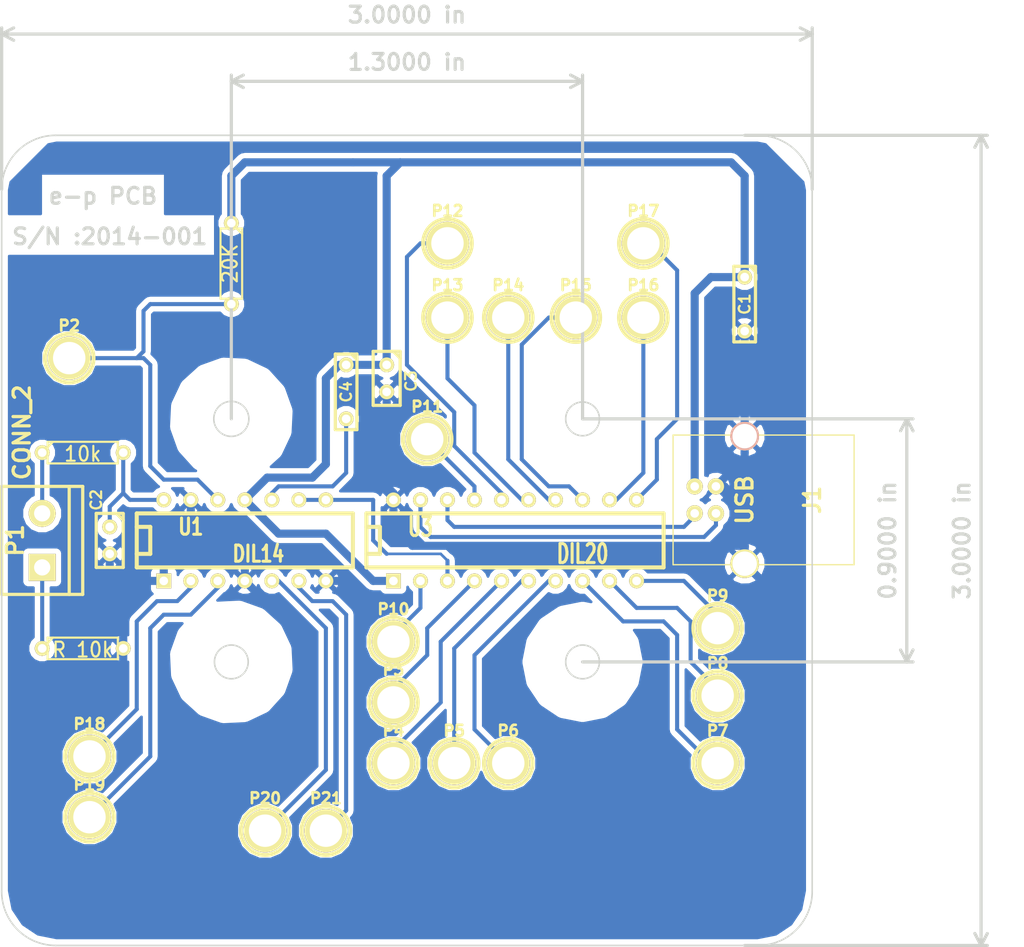
<source format=kicad_pcb>
(kicad_pcb (version 3) (host pcbnew "(2013-jul-07)-stable")

  (general
    (links 47)
    (no_connects 0)
    (area 202.793599 63.825001 297.975001 152.475001)
    (thickness 1.6)
    (drawings 18)
    (tracks 217)
    (zones 0)
    (modules 31)
    (nets 30)
  )

  (page A3)
  (layers
    (15 F.Cu signal)
    (0 B.Cu signal)
    (16 B.Adhes user)
    (17 F.Adhes user)
    (18 B.Paste user)
    (19 F.Paste user)
    (20 B.SilkS user)
    (21 F.SilkS user)
    (22 B.Mask user)
    (23 F.Mask user)
    (24 Dwgs.User user)
    (25 Cmts.User user)
    (26 Eco1.User user)
    (27 Eco2.User user)
    (28 Edge.Cuts user)
  )

  (setup
    (last_trace_width 0.254)
    (trace_clearance 0.254)
    (zone_clearance 0.508)
    (zone_45_only yes)
    (trace_min 0.254)
    (segment_width 0.2)
    (edge_width 0.15)
    (via_size 0.889)
    (via_drill 0.635)
    (via_min_size 0.889)
    (via_min_drill 0.508)
    (uvia_size 0.508)
    (uvia_drill 0.127)
    (uvias_allowed no)
    (uvia_min_size 0.508)
    (uvia_min_drill 0.127)
    (pcb_text_width 0.3)
    (pcb_text_size 1.5 1.5)
    (mod_edge_width 0.15)
    (mod_text_size 1.5 1.5)
    (mod_text_width 0.15)
    (pad_size 1.524 1.524)
    (pad_drill 0.762)
    (pad_to_mask_clearance 0.2)
    (aux_axis_origin 0 0)
    (visible_elements FFFFFFBF)
    (pcbplotparams
      (layerselection 271613953)
      (usegerberextensions false)
      (excludeedgelayer false)
      (linewidth 0.100000)
      (plotframeref false)
      (viasonmask false)
      (mode 1)
      (useauxorigin false)
      (hpglpennumber 1)
      (hpglpenspeed 20)
      (hpglpendiameter 15)
      (hpglpenoverlay 2)
      (psnegative false)
      (psa4output false)
      (plotreference true)
      (plotvalue true)
      (plotothertext true)
      (plotinvisibletext false)
      (padsonsilk false)
      (subtractmaskfromsilk false)
      (outputformat 3)
      (mirror false)
      (drillshape 0)
      (scaleselection 1)
      (outputdirectory /media/regis/Données/SCAO/kicad/microcontroleur/))
  )

  (net 0 "")
  (net 1 N-000001)
  (net 2 N-0000011)
  (net 3 N-0000012)
  (net 4 N-0000013)
  (net 5 N-0000014)
  (net 6 N-0000015)
  (net 7 N-0000016)
  (net 8 N-0000017)
  (net 9 N-0000018)
  (net 10 N-0000019)
  (net 11 N-000002)
  (net 12 N-0000020)
  (net 13 N-0000021)
  (net 14 N-0000022)
  (net 15 N-0000023)
  (net 16 N-0000024)
  (net 17 N-0000025)
  (net 18 N-0000026)
  (net 19 N-0000027)
  (net 20 N-0000028)
  (net 21 N-0000029)
  (net 22 N-000003)
  (net 23 N-0000030)
  (net 24 N-000004)
  (net 25 N-000005)
  (net 26 N-000006)
  (net 27 N-000007)
  (net 28 N-000008)
  (net 29 N-000009)

  (net_class Default "This is the default net class."
    (clearance 0.254)
    (trace_width 0.254)
    (via_dia 0.889)
    (via_drill 0.635)
    (uvia_dia 0.508)
    (uvia_drill 0.127)
    (add_net "")
  )

  (net_class Power ""
    (clearance 0.254)
    (trace_width 0.762)
    (via_dia 0.889)
    (via_drill 0.635)
    (uvia_dia 0.508)
    (uvia_drill 0.127)
    (add_net N-0000014)
    (add_net N-0000030)
  )

  (net_class Signal ""
    (clearance 0.254)
    (trace_width 0.381)
    (via_dia 0.889)
    (via_drill 0.635)
    (uvia_dia 0.508)
    (uvia_drill 0.127)
    (add_net N-000001)
    (add_net N-0000011)
    (add_net N-0000012)
    (add_net N-0000013)
    (add_net N-0000015)
    (add_net N-0000016)
    (add_net N-0000017)
    (add_net N-0000018)
    (add_net N-0000019)
    (add_net N-000002)
    (add_net N-0000020)
    (add_net N-0000021)
    (add_net N-0000022)
    (add_net N-0000023)
    (add_net N-0000024)
    (add_net N-0000025)
    (add_net N-0000026)
    (add_net N-0000027)
    (add_net N-0000028)
    (add_net N-0000029)
    (add_net N-000003)
    (add_net N-000004)
    (add_net N-000005)
    (add_net N-000006)
    (add_net N-000007)
    (add_net N-000008)
    (add_net N-000009)
  )

  (module USB_B (layer F.Cu) (tedit 48A935FA) (tstamp 54F71977)
    (at 273.05 110.49 90)
    (tags USB)
    (path /54EC49F8)
    (fp_text reference J1 (at 0 6.35 90) (layer F.SilkS)
      (effects (font (size 1.524 1.524) (thickness 0.3048)))
    )
    (fp_text value USB (at 0 0 90) (layer F.SilkS)
      (effects (font (size 1.524 1.524) (thickness 0.3048)))
    )
    (fp_line (start -6.096 10.287) (end 6.096 10.287) (layer F.SilkS) (width 0.127))
    (fp_line (start 6.096 10.287) (end 6.096 -6.731) (layer F.SilkS) (width 0.127))
    (fp_line (start 6.096 -6.731) (end -6.096 -6.731) (layer F.SilkS) (width 0.127))
    (fp_line (start -6.096 -6.731) (end -6.096 10.287) (layer F.SilkS) (width 0.127))
    (pad 1 thru_hole circle (at 1.27 -4.699 90) (size 1.524 1.524) (drill 0.8128)
      (layers *.Cu *.Mask F.SilkS)
      (net 23 N-0000030)
    )
    (pad 2 thru_hole circle (at -1.27 -4.699 90) (size 1.524 1.524) (drill 0.8128)
      (layers *.Cu *.Mask F.SilkS)
      (net 1 N-000001)
    )
    (pad 3 thru_hole circle (at -1.27 -2.70002 90) (size 1.524 1.524) (drill 0.8128)
      (layers *.Cu *.Mask F.SilkS)
      (net 11 N-000002)
    )
    (pad 4 thru_hole circle (at 1.27 -2.70002 90) (size 1.524 1.524) (drill 0.8128)
      (layers *.Cu *.Mask F.SilkS)
      (net 5 N-0000014)
    )
    (pad 5 np_thru_hole circle (at 5.99948 0 90) (size 2.70002 2.70002) (drill 2.30124)
      (layers *.Cu *.SilkS *.Mask)
      (net 5 N-0000014)
    )
    (pad 6 thru_hole circle (at -5.99948 0 90) (size 2.70002 2.70002) (drill 2.30124)
      (layers *.Cu *.Mask F.SilkS)
      (net 5 N-0000014)
    )
    (model connectors/USB_type_B.wrl
      (at (xyz 0 0 0.001))
      (scale (xyz 0.3937 0.3937 0.3937))
      (rotate (xyz 0 0 0))
    )
  )

  (module R3 (layer F.Cu) (tedit 4E4C0E65) (tstamp 54F73184)
    (at 224.79 88.265 270)
    (descr "Resitance 3 pas")
    (tags R)
    (path /54D352D8)
    (autoplace_cost180 10)
    (fp_text reference R1 (at 0 0.127 270) (layer F.SilkS) hide
      (effects (font (size 1.397 1.27) (thickness 0.2032)))
    )
    (fp_text value 20K (at 0 0.127 270) (layer F.SilkS)
      (effects (font (size 1.397 1.27) (thickness 0.2032)))
    )
    (fp_line (start -3.81 0) (end -3.302 0) (layer F.SilkS) (width 0.2032))
    (fp_line (start 3.81 0) (end 3.302 0) (layer F.SilkS) (width 0.2032))
    (fp_line (start 3.302 0) (end 3.302 -1.016) (layer F.SilkS) (width 0.2032))
    (fp_line (start 3.302 -1.016) (end -3.302 -1.016) (layer F.SilkS) (width 0.2032))
    (fp_line (start -3.302 -1.016) (end -3.302 1.016) (layer F.SilkS) (width 0.2032))
    (fp_line (start -3.302 1.016) (end 3.302 1.016) (layer F.SilkS) (width 0.2032))
    (fp_line (start 3.302 1.016) (end 3.302 0) (layer F.SilkS) (width 0.2032))
    (fp_line (start -3.302 -0.508) (end -2.794 -1.016) (layer F.SilkS) (width 0.2032))
    (pad 1 thru_hole circle (at -3.81 0 270) (size 1.397 1.397) (drill 0.8128)
      (layers *.Cu *.Mask F.SilkS)
      (net 23 N-0000030)
    )
    (pad 2 thru_hole circle (at 3.81 0 270) (size 1.397 1.397) (drill 0.8128)
      (layers *.Cu *.Mask F.SilkS)
      (net 4 N-0000013)
    )
    (model discret/resistor.wrl
      (at (xyz 0 0 0))
      (scale (xyz 0.3 0.3 0.3))
      (rotate (xyz 0 0 0))
    )
  )

  (module R3 (layer F.Cu) (tedit 4E4C0E65) (tstamp 54F71993)
    (at 210.82 106.045)
    (descr "Resitance 3 pas")
    (tags R)
    (path /54ED9350)
    (autoplace_cost180 10)
    (fp_text reference R3 (at 0 0.127) (layer F.SilkS) hide
      (effects (font (size 1.397 1.27) (thickness 0.2032)))
    )
    (fp_text value 10k (at 0 0.127) (layer F.SilkS)
      (effects (font (size 1.397 1.27) (thickness 0.2032)))
    )
    (fp_line (start -3.81 0) (end -3.302 0) (layer F.SilkS) (width 0.2032))
    (fp_line (start 3.81 0) (end 3.302 0) (layer F.SilkS) (width 0.2032))
    (fp_line (start 3.302 0) (end 3.302 -1.016) (layer F.SilkS) (width 0.2032))
    (fp_line (start 3.302 -1.016) (end -3.302 -1.016) (layer F.SilkS) (width 0.2032))
    (fp_line (start -3.302 -1.016) (end -3.302 1.016) (layer F.SilkS) (width 0.2032))
    (fp_line (start -3.302 1.016) (end 3.302 1.016) (layer F.SilkS) (width 0.2032))
    (fp_line (start 3.302 1.016) (end 3.302 0) (layer F.SilkS) (width 0.2032))
    (fp_line (start -3.302 -0.508) (end -2.794 -1.016) (layer F.SilkS) (width 0.2032))
    (pad 1 thru_hole circle (at -3.81 0) (size 1.397 1.397) (drill 0.8128)
      (layers *.Cu *.Mask F.SilkS)
      (net 28 N-000008)
    )
    (pad 2 thru_hole circle (at 3.81 0) (size 1.397 1.397) (drill 0.8128)
      (layers *.Cu *.Mask F.SilkS)
      (net 27 N-000007)
    )
    (model discret/resistor.wrl
      (at (xyz 0 0 0))
      (scale (xyz 0.3 0.3 0.3))
      (rotate (xyz 0 0 0))
    )
  )

  (module R3 (layer F.Cu) (tedit 4E4C0E65) (tstamp 54F719A1)
    (at 210.82 124.46)
    (descr "Resitance 3 pas")
    (tags R)
    (path /54ED93F6)
    (autoplace_cost180 10)
    (fp_text reference R2 (at 0 0.127) (layer F.SilkS) hide
      (effects (font (size 1.397 1.27) (thickness 0.2032)))
    )
    (fp_text value "R 10k" (at 0 0.127) (layer F.SilkS)
      (effects (font (size 1.397 1.27) (thickness 0.2032)))
    )
    (fp_line (start -3.81 0) (end -3.302 0) (layer F.SilkS) (width 0.2032))
    (fp_line (start 3.81 0) (end 3.302 0) (layer F.SilkS) (width 0.2032))
    (fp_line (start 3.302 0) (end 3.302 -1.016) (layer F.SilkS) (width 0.2032))
    (fp_line (start 3.302 -1.016) (end -3.302 -1.016) (layer F.SilkS) (width 0.2032))
    (fp_line (start -3.302 -1.016) (end -3.302 1.016) (layer F.SilkS) (width 0.2032))
    (fp_line (start -3.302 1.016) (end 3.302 1.016) (layer F.SilkS) (width 0.2032))
    (fp_line (start 3.302 1.016) (end 3.302 0) (layer F.SilkS) (width 0.2032))
    (fp_line (start -3.302 -0.508) (end -2.794 -1.016) (layer F.SilkS) (width 0.2032))
    (pad 1 thru_hole circle (at -3.81 0) (size 1.397 1.397) (drill 0.8128)
      (layers *.Cu *.Mask F.SilkS)
      (net 2 N-0000011)
    )
    (pad 2 thru_hole circle (at 3.81 0) (size 1.397 1.397) (drill 0.8128)
      (layers *.Cu *.Mask F.SilkS)
      (net 5 N-0000014)
    )
    (model discret/resistor.wrl
      (at (xyz 0 0 0))
      (scale (xyz 0.3 0.3 0.3))
      (rotate (xyz 0 0 0))
    )
  )

  (module DIP-20__300 (layer F.Cu) (tedit 200000) (tstamp 54F719C0)
    (at 251.46 114.3)
    (descr "20 pins DIL package, round pads")
    (tags DIL)
    (path /54D0E3A0)
    (fp_text reference U3 (at -8.89 -1.27) (layer F.SilkS)
      (effects (font (size 1.778 1.143) (thickness 0.3048)))
    )
    (fp_text value DIL20 (at 6.35 1.27) (layer F.SilkS)
      (effects (font (size 1.778 1.143) (thickness 0.3048)))
    )
    (fp_line (start -13.97 -1.27) (end -12.7 -1.27) (layer F.SilkS) (width 0.381))
    (fp_line (start -12.7 -1.27) (end -12.7 1.27) (layer F.SilkS) (width 0.381))
    (fp_line (start -12.7 1.27) (end -13.97 1.27) (layer F.SilkS) (width 0.381))
    (fp_line (start -13.97 -2.54) (end 13.97 -2.54) (layer F.SilkS) (width 0.381))
    (fp_line (start 13.97 -2.54) (end 13.97 2.54) (layer F.SilkS) (width 0.381))
    (fp_line (start 13.97 2.54) (end -13.97 2.54) (layer F.SilkS) (width 0.381))
    (fp_line (start -13.97 2.54) (end -13.97 -2.54) (layer F.SilkS) (width 0.381))
    (pad 1 thru_hole rect (at -11.43 3.81) (size 1.397 1.397) (drill 0.8128)
      (layers *.Cu *.Mask F.SilkS)
      (net 23 N-0000030)
    )
    (pad 2 thru_hole circle (at -8.89 3.81) (size 1.397 1.397) (drill 0.8128)
      (layers *.Cu *.Mask F.SilkS)
      (net 29 N-000009)
    )
    (pad 3 thru_hole circle (at -6.35 3.81) (size 1.397 1.397) (drill 0.8128)
      (layers *.Cu *.Mask F.SilkS)
      (net 7 N-0000016)
    )
    (pad 4 thru_hole circle (at -3.81 3.81) (size 1.397 1.397) (drill 0.8128)
      (layers *.Cu *.Mask F.SilkS)
      (net 8 N-0000017)
    )
    (pad 5 thru_hole circle (at -1.27 3.81) (size 1.397 1.397) (drill 0.8128)
      (layers *.Cu *.Mask F.SilkS)
      (net 9 N-0000018)
    )
    (pad 6 thru_hole circle (at 1.27 3.81) (size 1.397 1.397) (drill 0.8128)
      (layers *.Cu *.Mask F.SilkS)
      (net 10 N-0000019)
    )
    (pad 7 thru_hole circle (at 3.81 3.81) (size 1.397 1.397) (drill 0.8128)
      (layers *.Cu *.Mask F.SilkS)
      (net 12 N-0000020)
    )
    (pad 8 thru_hole circle (at 6.35 3.81) (size 1.397 1.397) (drill 0.8128)
      (layers *.Cu *.Mask F.SilkS)
      (net 13 N-0000021)
    )
    (pad 9 thru_hole circle (at 8.89 3.81) (size 1.397 1.397) (drill 0.8128)
      (layers *.Cu *.Mask F.SilkS)
      (net 14 N-0000022)
    )
    (pad 10 thru_hole circle (at 11.43 3.81) (size 1.397 1.397) (drill 0.8128)
      (layers *.Cu *.Mask F.SilkS)
      (net 15 N-0000023)
    )
    (pad 11 thru_hole circle (at 11.43 -3.81) (size 1.397 1.397) (drill 0.8128)
      (layers *.Cu *.Mask F.SilkS)
      (net 16 N-0000024)
    )
    (pad 12 thru_hole circle (at 8.89 -3.81) (size 1.397 1.397) (drill 0.8128)
      (layers *.Cu *.Mask F.SilkS)
      (net 6 N-0000015)
    )
    (pad 13 thru_hole circle (at 6.35 -3.81) (size 1.397 1.397) (drill 0.8128)
      (layers *.Cu *.Mask F.SilkS)
      (net 17 N-0000025)
    )
    (pad 14 thru_hole circle (at 3.81 -3.81) (size 1.397 1.397) (drill 0.8128)
      (layers *.Cu *.Mask F.SilkS)
      (net 18 N-0000026)
    )
    (pad 15 thru_hole circle (at 1.27 -3.81) (size 1.397 1.397) (drill 0.8128)
      (layers *.Cu *.Mask F.SilkS)
      (net 19 N-0000027)
    )
    (pad 16 thru_hole circle (at -1.27 -3.81) (size 1.397 1.397) (drill 0.8128)
      (layers *.Cu *.Mask F.SilkS)
      (net 20 N-0000028)
    )
    (pad 17 thru_hole circle (at -3.81 -3.81) (size 1.397 1.397) (drill 0.8128)
      (layers *.Cu *.Mask F.SilkS)
      (net 21 N-0000029)
    )
    (pad 18 thru_hole circle (at -6.35 -3.81) (size 1.397 1.397) (drill 0.8128)
      (layers *.Cu *.Mask F.SilkS)
      (net 1 N-000001)
    )
    (pad 19 thru_hole circle (at -8.89 -3.81) (size 1.397 1.397) (drill 0.8128)
      (layers *.Cu *.Mask F.SilkS)
      (net 11 N-000002)
    )
    (pad 20 thru_hole circle (at -11.43 -3.81) (size 1.397 1.397) (drill 0.8128)
      (layers *.Cu *.Mask F.SilkS)
      (net 5 N-0000014)
    )
    (model dil/dil_20.wrl
      (at (xyz 0 0 0))
      (scale (xyz 1 1 1))
      (rotate (xyz 0 0 0))
    )
  )

  (module DIP-14__300 (layer F.Cu) (tedit 200000) (tstamp 54F719D9)
    (at 226.06 114.3)
    (descr "14 pins DIL package, round pads")
    (tags DIL)
    (path /54D2005E)
    (fp_text reference U1 (at -5.08 -1.27) (layer F.SilkS)
      (effects (font (size 1.524 1.143) (thickness 0.3048)))
    )
    (fp_text value DIL14 (at 1.27 1.27) (layer F.SilkS)
      (effects (font (size 1.524 1.143) (thickness 0.3048)))
    )
    (fp_line (start -10.16 -2.54) (end 10.16 -2.54) (layer F.SilkS) (width 0.381))
    (fp_line (start 10.16 2.54) (end -10.16 2.54) (layer F.SilkS) (width 0.381))
    (fp_line (start -10.16 2.54) (end -10.16 -2.54) (layer F.SilkS) (width 0.381))
    (fp_line (start -10.16 -1.27) (end -8.89 -1.27) (layer F.SilkS) (width 0.381))
    (fp_line (start -8.89 -1.27) (end -8.89 1.27) (layer F.SilkS) (width 0.381))
    (fp_line (start -8.89 1.27) (end -10.16 1.27) (layer F.SilkS) (width 0.381))
    (fp_line (start 10.16 -2.54) (end 10.16 2.54) (layer F.SilkS) (width 0.381))
    (pad 1 thru_hole rect (at -7.62 3.81) (size 1.397 1.397) (drill 0.8128)
      (layers *.Cu *.Mask F.SilkS)
      (net 5 N-0000014)
    )
    (pad 2 thru_hole circle (at -5.08 3.81) (size 1.397 1.397) (drill 0.8128)
      (layers *.Cu *.Mask F.SilkS)
      (net 26 N-000006)
    )
    (pad 3 thru_hole circle (at -2.54 3.81) (size 1.397 1.397) (drill 0.8128)
      (layers *.Cu *.Mask F.SilkS)
      (net 25 N-000005)
    )
    (pad 4 thru_hole circle (at 0 3.81) (size 1.397 1.397) (drill 0.8128)
      (layers *.Cu *.Mask F.SilkS)
      (net 5 N-0000014)
    )
    (pad 5 thru_hole circle (at 2.54 3.81) (size 1.397 1.397) (drill 0.8128)
      (layers *.Cu *.Mask F.SilkS)
      (net 24 N-000004)
    )
    (pad 6 thru_hole circle (at 5.08 3.81) (size 1.397 1.397) (drill 0.8128)
      (layers *.Cu *.Mask F.SilkS)
      (net 22 N-000003)
    )
    (pad 7 thru_hole circle (at 7.62 3.81) (size 1.397 1.397) (drill 0.8128)
      (layers *.Cu *.Mask F.SilkS)
      (net 5 N-0000014)
    )
    (pad 8 thru_hole circle (at 7.62 -3.81) (size 1.397 1.397) (drill 0.8128)
      (layers *.Cu *.Mask F.SilkS)
      (net 7 N-0000016)
    )
    (pad 9 thru_hole circle (at 5.08 -3.81) (size 1.397 1.397) (drill 0.8128)
      (layers *.Cu *.Mask F.SilkS)
      (net 7 N-0000016)
    )
    (pad 10 thru_hole circle (at 2.54 -3.81) (size 1.397 1.397) (drill 0.8128)
      (layers *.Cu *.Mask F.SilkS)
      (net 3 N-0000012)
    )
    (pad 11 thru_hole circle (at 0 -3.81) (size 1.397 1.397) (drill 0.8128)
      (layers *.Cu *.Mask F.SilkS)
      (net 23 N-0000030)
    )
    (pad 12 thru_hole circle (at -2.54 -3.81) (size 1.397 1.397) (drill 0.8128)
      (layers *.Cu *.Mask F.SilkS)
      (net 4 N-0000013)
    )
    (pad 13 thru_hole circle (at -5.08 -3.81) (size 1.397 1.397) (drill 0.8128)
      (layers *.Cu *.Mask F.SilkS)
      (net 5 N-0000014)
    )
    (pad 14 thru_hole circle (at -7.62 -3.81) (size 1.397 1.397) (drill 0.8128)
      (layers *.Cu *.Mask F.SilkS)
      (net 27 N-000007)
    )
    (model dil/dil_14.wrl
      (at (xyz 0 0 0))
      (scale (xyz 1 1 1))
      (rotate (xyz 0 0 0))
    )
  )

  (module C2 (layer F.Cu) (tedit 54F72778) (tstamp 54F719E4)
    (at 273.05 92.075 270)
    (descr "Condensateur = 2 pas")
    (tags C)
    (path /54EC4DC7)
    (fp_text reference C1 (at 0 0 270) (layer F.SilkS)
      (effects (font (size 1.016 1.016) (thickness 0.2032)))
    )
    (fp_text value "10 microF" (at 0 0 270) (layer F.SilkS) hide
      (effects (font (size 1.016 1.016) (thickness 0.2032)))
    )
    (fp_line (start -3.556 -1.016) (end 3.556 -1.016) (layer F.SilkS) (width 0.3048))
    (fp_line (start 3.556 -1.016) (end 3.556 1.016) (layer F.SilkS) (width 0.3048))
    (fp_line (start 3.556 1.016) (end -3.556 1.016) (layer F.SilkS) (width 0.3048))
    (fp_line (start -3.556 1.016) (end -3.556 -1.016) (layer F.SilkS) (width 0.3048))
    (fp_line (start -3.556 -0.508) (end -3.048 -1.016) (layer F.SilkS) (width 0.3048))
    (pad 1 thru_hole circle (at -2.54 0 270) (size 1.397 1.397) (drill 0.8128)
      (layers *.Cu *.Mask F.SilkS)
      (net 23 N-0000030)
    )
    (pad 2 thru_hole circle (at 2.54 0 270) (size 1.397 1.397) (drill 0.8128)
      (layers *.Cu *.Mask F.SilkS)
      (net 5 N-0000014)
    )
    (model discret/capa_2pas_5x5mm.wrl
      (at (xyz 0 0 0))
      (scale (xyz 1 1 1))
      (rotate (xyz 0 0 0))
    )
  )

  (module C2 (layer F.Cu) (tedit 200000) (tstamp 54F719EF)
    (at 235.585 100.33 270)
    (descr "Condensateur = 2 pas")
    (tags C)
    (path /54EDA33E)
    (fp_text reference C4 (at 0 0 270) (layer F.SilkS)
      (effects (font (size 1.016 1.016) (thickness 0.2032)))
    )
    (fp_text value "C 10 microF" (at 0 0 270) (layer F.SilkS) hide
      (effects (font (size 1.016 1.016) (thickness 0.2032)))
    )
    (fp_line (start -3.556 -1.016) (end 3.556 -1.016) (layer F.SilkS) (width 0.3048))
    (fp_line (start 3.556 -1.016) (end 3.556 1.016) (layer F.SilkS) (width 0.3048))
    (fp_line (start 3.556 1.016) (end -3.556 1.016) (layer F.SilkS) (width 0.3048))
    (fp_line (start -3.556 1.016) (end -3.556 -1.016) (layer F.SilkS) (width 0.3048))
    (fp_line (start -3.556 -0.508) (end -3.048 -1.016) (layer F.SilkS) (width 0.3048))
    (pad 1 thru_hole circle (at -2.54 0 270) (size 1.397 1.397) (drill 0.8128)
      (layers *.Cu *.Mask F.SilkS)
      (net 23 N-0000030)
    )
    (pad 2 thru_hole circle (at 2.54 0 270) (size 1.397 1.397) (drill 0.8128)
      (layers *.Cu *.Mask F.SilkS)
      (net 3 N-0000012)
    )
    (model discret/capa_2pas_5x5mm.wrl
      (at (xyz 0 0 0))
      (scale (xyz 1 1 1))
      (rotate (xyz 0 0 0))
    )
  )

  (module C1 (layer F.Cu) (tedit 54F757FA) (tstamp 54F719FA)
    (at 213.36 114.3 270)
    (descr "Condensateur e = 1 pas")
    (tags C)
    (path /54EDA22C)
    (fp_text reference C2 (at -3.81 1.27 270) (layer F.SilkS)
      (effects (font (size 1.016 1.016) (thickness 0.2032)))
    )
    (fp_text value C (at 0 -2.286 270) (layer F.SilkS) hide
      (effects (font (size 1.016 1.016) (thickness 0.2032)))
    )
    (fp_line (start -2.4892 -1.27) (end 2.54 -1.27) (layer F.SilkS) (width 0.3048))
    (fp_line (start 2.54 -1.27) (end 2.54 1.27) (layer F.SilkS) (width 0.3048))
    (fp_line (start 2.54 1.27) (end -2.54 1.27) (layer F.SilkS) (width 0.3048))
    (fp_line (start -2.54 1.27) (end -2.54 -1.27) (layer F.SilkS) (width 0.3048))
    (fp_line (start -2.54 -0.635) (end -1.905 -1.27) (layer F.SilkS) (width 0.3048))
    (pad 1 thru_hole circle (at -1.27 0 270) (size 1.397 1.397) (drill 0.8128)
      (layers *.Cu *.Mask F.SilkS)
      (net 27 N-000007)
    )
    (pad 2 thru_hole circle (at 1.27 0 270) (size 1.397 1.397) (drill 0.8128)
      (layers *.Cu *.Mask F.SilkS)
      (net 5 N-0000014)
    )
    (model discret/capa_1_pas.wrl
      (at (xyz 0 0 0))
      (scale (xyz 1 1 1))
      (rotate (xyz 0 0 0))
    )
  )

  (module C1 (layer F.Cu) (tedit 54F71FA5) (tstamp 54F71A05)
    (at 239.395 99.06 270)
    (descr "Condensateur e = 1 pas")
    (tags C)
    (path /54EDA57A)
    (fp_text reference C3 (at 0.254 -2.286 270) (layer F.SilkS)
      (effects (font (size 1.016 1.016) (thickness 0.2032)))
    )
    (fp_text value "0,1 microF" (at 0 -2.286 270) (layer F.SilkS) hide
      (effects (font (size 1.016 1.016) (thickness 0.2032)))
    )
    (fp_line (start -2.4892 -1.27) (end 2.54 -1.27) (layer F.SilkS) (width 0.3048))
    (fp_line (start 2.54 -1.27) (end 2.54 1.27) (layer F.SilkS) (width 0.3048))
    (fp_line (start 2.54 1.27) (end -2.54 1.27) (layer F.SilkS) (width 0.3048))
    (fp_line (start -2.54 1.27) (end -2.54 -1.27) (layer F.SilkS) (width 0.3048))
    (fp_line (start -2.54 -0.635) (end -1.905 -1.27) (layer F.SilkS) (width 0.3048))
    (pad 1 thru_hole circle (at -1.27 0 270) (size 1.397 1.397) (drill 0.8128)
      (layers *.Cu *.Mask F.SilkS)
      (net 23 N-0000030)
    )
    (pad 2 thru_hole circle (at 1.27 0 270) (size 1.397 1.397) (drill 0.8128)
      (layers *.Cu *.Mask F.SilkS)
      (net 5 N-0000014)
    )
    (model discret/capa_1_pas.wrl
      (at (xyz 0 0 0))
      (scale (xyz 1 1 1))
      (rotate (xyz 0 0 0))
    )
  )

  (module bornier2 (layer F.Cu) (tedit 54FDDB16) (tstamp 54F71A10)
    (at 207.01 114.3 90)
    (descr "Bornier d'alimentation 2 pins")
    (tags DEV)
    (path /54D20500)
    (fp_text reference P1 (at 0 -2.54 90) (layer F.SilkS)
      (effects (font (size 1.524 1.524) (thickness 0.3048)))
    )
    (fp_text value CONN_2 (at 10.16 -1.905 90) (layer F.SilkS)
      (effects (font (size 1.524 1.524) (thickness 0.3048)))
    )
    (fp_line (start 5.08 2.54) (end -5.08 2.54) (layer F.SilkS) (width 0.3048))
    (fp_line (start 5.08 3.81) (end 5.08 -3.81) (layer F.SilkS) (width 0.3048))
    (fp_line (start 5.08 -3.81) (end -5.08 -3.81) (layer F.SilkS) (width 0.3048))
    (fp_line (start -5.08 -3.81) (end -5.08 3.81) (layer F.SilkS) (width 0.3048))
    (fp_line (start -5.08 3.81) (end 5.08 3.81) (layer F.SilkS) (width 0.3048))
    (pad 1 thru_hole rect (at -2.54 0 90) (size 2.54 2.54) (drill 1.524)
      (layers *.Cu *.Mask F.SilkS)
      (net 2 N-0000011)
    )
    (pad 2 thru_hole circle (at 2.54 0 90) (size 2.54 2.54) (drill 1.524)
      (layers *.Cu *.Mask F.SilkS)
      (net 28 N-000008)
    )
    (model device/bornier_2.wrl
      (at (xyz 0 0 0))
      (scale (xyz 1 1 1))
      (rotate (xyz 0 0 0))
    )
  )

  (module 1pin (layer F.Cu) (tedit 54F72136) (tstamp 54F71A16)
    (at 240.03 123.825)
    (descr "module 1 pin (ou trou mecanique de percage)")
    (tags DEV)
    (path /54EDF607)
    (fp_text reference P10 (at 0 -3.048) (layer F.SilkS)
      (effects (font (size 1.016 1.016) (thickness 0.254)))
    )
    (fp_text value CONN_1 (at 0 2.794) (layer F.SilkS) hide
      (effects (font (size 1.016 1.016) (thickness 0.254)))
    )
    (fp_circle (center 0 0) (end 0 -2.286) (layer F.SilkS) (width 0.381))
    (pad 1 thru_hole circle (at 0 0) (size 4.064 4.064) (drill 3.048)
      (layers *.Cu *.Mask F.SilkS)
      (net 29 N-000009)
    )
  )

  (module 1pin (layer F.Cu) (tedit 54F720C2) (tstamp 54F71A1C)
    (at 209.55 97.155)
    (descr "module 1 pin (ou trou mecanique de percage)")
    (tags DEV)
    (path /54EDF5C6)
    (fp_text reference P2 (at 0 -3.048) (layer F.SilkS)
      (effects (font (size 1.016 1.016) (thickness 0.254)))
    )
    (fp_text value CONN_1 (at 0 2.794) (layer F.SilkS) hide
      (effects (font (size 1.016 1.016) (thickness 0.254)))
    )
    (fp_circle (center 0 0) (end 0 -2.286) (layer F.SilkS) (width 0.381))
    (pad 1 thru_hole circle (at 0 0) (size 4.064 4.064) (drill 3.048)
      (layers *.Cu *.Mask F.SilkS)
      (net 4 N-0000013)
    )
  )

  (module 1pin (layer F.Cu) (tedit 5512F679) (tstamp 54F71A22)
    (at 211.455 134.62)
    (descr "module 1 pin (ou trou mecanique de percage)")
    (tags DEV)
    (path /54D3AD62)
    (fp_text reference P18 (at 0 -3.048) (layer F.SilkS)
      (effects (font (size 1.016 1.016) (thickness 0.254)))
    )
    (fp_text value CONN_1 (at 0 2.794) (layer F.SilkS) hide
      (effects (font (size 1.016 1.016) (thickness 0.254)))
    )
    (fp_circle (center 0 0) (end 0 -2.286) (layer F.SilkS) (width 0.381))
    (pad 1 thru_hole circle (at 0 0) (size 4.064 4.064) (drill 3.048)
      (layers *.Cu *.Mask F.SilkS)
      (net 26 N-000006)
    )
  )

  (module 1pin (layer F.Cu) (tedit 54F72007) (tstamp 54F71A28)
    (at 211.455 140.335)
    (descr "module 1 pin (ou trou mecanique de percage)")
    (tags DEV)
    (path /54D3AD5C)
    (fp_text reference P19 (at 0 -3.048) (layer F.SilkS)
      (effects (font (size 1.016 1.016) (thickness 0.254)))
    )
    (fp_text value CONN_1 (at 0 2.794) (layer F.SilkS) hide
      (effects (font (size 1.016 1.016) (thickness 0.254)))
    )
    (fp_circle (center 0 0) (end 0 -2.286) (layer F.SilkS) (width 0.381))
    (pad 1 thru_hole circle (at 0 0) (size 4.064 4.064) (drill 3.048)
      (layers *.Cu *.Mask F.SilkS)
      (net 25 N-000005)
    )
  )

  (module 1pin (layer F.Cu) (tedit 54F72034) (tstamp 54F71A2E)
    (at 227.965 141.605)
    (descr "module 1 pin (ou trou mecanique de percage)")
    (tags DEV)
    (path /54D3AD56)
    (fp_text reference P20 (at 0 -3.048) (layer F.SilkS)
      (effects (font (size 1.016 1.016) (thickness 0.254)))
    )
    (fp_text value CONN_1 (at 0 2.794) (layer F.SilkS) hide
      (effects (font (size 1.016 1.016) (thickness 0.254)))
    )
    (fp_circle (center 0 0) (end 0 -2.286) (layer F.SilkS) (width 0.381))
    (pad 1 thru_hole circle (at 0 0) (size 4.064 4.064) (drill 3.048)
      (layers *.Cu *.Mask F.SilkS)
      (net 24 N-000004)
    )
  )

  (module 1pin (layer F.Cu) (tedit 54F71FBB) (tstamp 54F71A34)
    (at 233.68 141.605)
    (descr "module 1 pin (ou trou mecanique de percage)")
    (tags DEV)
    (path /54D3AD50)
    (fp_text reference P21 (at 0 -3.048) (layer F.SilkS)
      (effects (font (size 1.016 1.016) (thickness 0.254)))
    )
    (fp_text value CONN_1 (at 0 2.794) (layer F.SilkS) hide
      (effects (font (size 1.016 1.016) (thickness 0.254)))
    )
    (fp_circle (center 0 0) (end 0 -2.286) (layer F.SilkS) (width 0.381))
    (pad 1 thru_hole circle (at 0 0) (size 4.064 4.064) (drill 3.048)
      (layers *.Cu *.Mask F.SilkS)
      (net 22 N-000003)
    )
  )

  (module 1pin (layer F.Cu) (tedit 54F71FD8) (tstamp 54F71A3A)
    (at 250.825 93.345)
    (descr "module 1 pin (ou trou mecanique de percage)")
    (tags DEV)
    (path /54D3A9A3)
    (fp_text reference P14 (at 0 -3.048) (layer F.SilkS)
      (effects (font (size 1.016 1.016) (thickness 0.254)))
    )
    (fp_text value CONN_1 (at 0 2.794) (layer F.SilkS) hide
      (effects (font (size 1.016 1.016) (thickness 0.254)))
    )
    (fp_circle (center 0 0) (end 0 -2.286) (layer F.SilkS) (width 0.381))
    (pad 1 thru_hole circle (at 0 0) (size 4.064 4.064) (drill 3.048)
      (layers *.Cu *.Mask F.SilkS)
      (net 18 N-0000026)
    )
  )

  (module 1pin (layer F.Cu) (tedit 54F71E51) (tstamp 54F71A40)
    (at 245.11 93.345)
    (descr "module 1 pin (ou trou mecanique de percage)")
    (tags DEV)
    (path /54D3A99D)
    (fp_text reference P13 (at 0 -3.048) (layer F.SilkS)
      (effects (font (size 1.016 1.016) (thickness 0.254)))
    )
    (fp_text value CONN_1 (at 0 2.794) (layer F.SilkS) hide
      (effects (font (size 1.016 1.016) (thickness 0.254)))
    )
    (fp_circle (center 0 0) (end 0 -2.286) (layer F.SilkS) (width 0.381))
    (pad 1 thru_hole circle (at 0 0) (size 4.064 4.064) (drill 3.048)
      (layers *.Cu *.Mask F.SilkS)
      (net 19 N-0000027)
    )
  )

  (module 1pin (layer F.Cu) (tedit 54F71EAE) (tstamp 54F71A46)
    (at 245.11 86.36)
    (descr "module 1 pin (ou trou mecanique de percage)")
    (tags DEV)
    (path /54D3A997)
    (fp_text reference P12 (at 0 -3.048) (layer F.SilkS)
      (effects (font (size 1.016 1.016) (thickness 0.254)))
    )
    (fp_text value CONN_1 (at 0 2.794) (layer F.SilkS) hide
      (effects (font (size 1.016 1.016) (thickness 0.254)))
    )
    (fp_circle (center 0 0) (end 0 -2.286) (layer F.SilkS) (width 0.381))
    (pad 1 thru_hole circle (at 0 0) (size 4.064 4.064) (drill 3.048)
      (layers *.Cu *.Mask F.SilkS)
      (net 20 N-0000028)
    )
  )

  (module 1pin (layer F.Cu) (tedit 54F71ED3) (tstamp 54F71A4C)
    (at 243.205 104.775)
    (descr "module 1 pin (ou trou mecanique de percage)")
    (tags DEV)
    (path /54D3A991)
    (fp_text reference P11 (at 0 -3.048) (layer F.SilkS)
      (effects (font (size 1.016 1.016) (thickness 0.254)))
    )
    (fp_text value CONN_1 (at 0 2.794) (layer F.SilkS) hide
      (effects (font (size 1.016 1.016) (thickness 0.254)))
    )
    (fp_circle (center 0 0) (end 0 -2.286) (layer F.SilkS) (width 0.381))
    (pad 1 thru_hole circle (at 0 0) (size 4.064 4.064) (drill 3.048)
      (layers *.Cu *.Mask F.SilkS)
      (net 21 N-0000029)
    )
  )

  (module 1pin (layer F.Cu) (tedit 54F71EFE) (tstamp 54F71A52)
    (at 257.175 93.345)
    (descr "module 1 pin (ou trou mecanique de percage)")
    (tags DEV)
    (path /54D3A985)
    (fp_text reference P15 (at 0 -3.048) (layer F.SilkS)
      (effects (font (size 1.016 1.016) (thickness 0.254)))
    )
    (fp_text value CONN_1 (at 0 2.794) (layer F.SilkS) hide
      (effects (font (size 1.016 1.016) (thickness 0.254)))
    )
    (fp_circle (center 0 0) (end 0 -2.286) (layer F.SilkS) (width 0.381))
    (pad 1 thru_hole circle (at 0 0) (size 4.064 4.064) (drill 3.048)
      (layers *.Cu *.Mask F.SilkS)
      (net 17 N-0000025)
    )
  )

  (module 1pin (layer F.Cu) (tedit 54F71E60) (tstamp 54F71A58)
    (at 263.525 93.345)
    (descr "module 1 pin (ou trou mecanique de percage)")
    (tags DEV)
    (path /54D3A97F)
    (fp_text reference P16 (at 0 -3.048) (layer F.SilkS)
      (effects (font (size 1.016 1.016) (thickness 0.254)))
    )
    (fp_text value CONN_1 (at 0 2.794) (layer F.SilkS) hide
      (effects (font (size 1.016 1.016) (thickness 0.254)))
    )
    (fp_circle (center 0 0) (end 0 -2.286) (layer F.SilkS) (width 0.381))
    (pad 1 thru_hole circle (at 0 0) (size 4.064 4.064) (drill 3.048)
      (layers *.Cu *.Mask F.SilkS)
      (net 6 N-0000015)
    )
  )

  (module 1pin (layer F.Cu) (tedit 54F71E28) (tstamp 54F71A5E)
    (at 263.525 86.36)
    (descr "module 1 pin (ou trou mecanique de percage)")
    (tags DEV)
    (path /54D3A668)
    (fp_text reference P17 (at 0 -3.048) (layer F.SilkS)
      (effects (font (size 1.016 1.016) (thickness 0.254)))
    )
    (fp_text value CONN_1 (at 0 2.794) (layer F.SilkS) hide
      (effects (font (size 1.016 1.016) (thickness 0.254)))
    )
    (fp_circle (center 0 0) (end 0 -2.286) (layer F.SilkS) (width 0.381))
    (pad 1 thru_hole circle (at 0 0) (size 4.064 4.064) (drill 3.048)
      (layers *.Cu *.Mask F.SilkS)
      (net 16 N-0000024)
    )
  )

  (module 1pin (layer F.Cu) (tedit 54F71E7D) (tstamp 54F71A64)
    (at 270.51 128.905)
    (descr "module 1 pin (ou trou mecanique de percage)")
    (tags DEV)
    (path /54D3A316)
    (fp_text reference P8 (at 0 -3.048) (layer F.SilkS)
      (effects (font (size 1.016 1.016) (thickness 0.254)))
    )
    (fp_text value CONN_1 (at 0 2.794) (layer F.SilkS) hide
      (effects (font (size 1.016 1.016) (thickness 0.254)))
    )
    (fp_circle (center 0 0) (end 0 -2.286) (layer F.SilkS) (width 0.381))
    (pad 1 thru_hole circle (at 0 0) (size 4.064 4.064) (drill 3.048)
      (layers *.Cu *.Mask F.SilkS)
      (net 14 N-0000022)
    )
  )

  (module 1pin (layer F.Cu) (tedit 54F72049) (tstamp 54F71A6A)
    (at 270.51 135.255)
    (descr "module 1 pin (ou trou mecanique de percage)")
    (tags DEV)
    (path /54D3A305)
    (fp_text reference P7 (at 0 -3.048) (layer F.SilkS)
      (effects (font (size 1.016 1.016) (thickness 0.254)))
    )
    (fp_text value CONN_1 (at 0 2.794) (layer F.SilkS) hide
      (effects (font (size 1.016 1.016) (thickness 0.254)))
    )
    (fp_circle (center 0 0) (end 0 -2.286) (layer F.SilkS) (width 0.381))
    (pad 1 thru_hole circle (at 0 0) (size 4.064 4.064) (drill 3.048)
      (layers *.Cu *.Mask F.SilkS)
      (net 13 N-0000021)
    )
  )

  (module 1pin (layer F.Cu) (tedit 54F72076) (tstamp 54F71A70)
    (at 250.825 135.255)
    (descr "module 1 pin (ou trou mecanique de percage)")
    (tags DEV)
    (path /54D3A2F8)
    (fp_text reference P6 (at 0 -3.048) (layer F.SilkS)
      (effects (font (size 1.016 1.016) (thickness 0.254)))
    )
    (fp_text value CONN_1 (at 0 2.794) (layer F.SilkS) hide
      (effects (font (size 1.016 1.016) (thickness 0.254)))
    )
    (fp_circle (center 0 0) (end 0 -2.286) (layer F.SilkS) (width 0.381))
    (pad 1 thru_hole circle (at 0 0) (size 4.064 4.064) (drill 3.048)
      (layers *.Cu *.Mask F.SilkS)
      (net 12 N-0000020)
    )
  )

  (module 1pin (layer F.Cu) (tedit 54F7208E) (tstamp 54F71A76)
    (at 245.745 135.255)
    (descr "module 1 pin (ou trou mecanique de percage)")
    (tags DEV)
    (path /54D3A2D8)
    (fp_text reference P5 (at 0 -3.048) (layer F.SilkS)
      (effects (font (size 1.016 1.016) (thickness 0.254)))
    )
    (fp_text value CONN_1 (at 0 2.794) (layer F.SilkS) hide
      (effects (font (size 1.016 1.016) (thickness 0.254)))
    )
    (fp_circle (center 0 0) (end 0 -2.286) (layer F.SilkS) (width 0.381))
    (pad 1 thru_hole circle (at 0 0) (size 4.064 4.064) (drill 3.048)
      (layers *.Cu *.Mask F.SilkS)
      (net 10 N-0000019)
    )
  )

  (module 1pin (layer F.Cu) (tedit 54F71F3E) (tstamp 54F71A7C)
    (at 240.03 135.255)
    (descr "module 1 pin (ou trou mecanique de percage)")
    (tags DEV)
    (path /54D3A2AD)
    (fp_text reference P4 (at 0 -3.048) (layer F.SilkS)
      (effects (font (size 1.016 1.016) (thickness 0.254)))
    )
    (fp_text value CONN_1 (at 0 2.794) (layer F.SilkS) hide
      (effects (font (size 1.016 1.016) (thickness 0.254)))
    )
    (fp_circle (center 0 0) (end 0 -2.286) (layer F.SilkS) (width 0.381))
    (pad 1 thru_hole circle (at 0 0) (size 4.064 4.064) (drill 3.048)
      (layers *.Cu *.Mask F.SilkS)
      (net 9 N-0000018)
    )
  )

  (module 1pin (layer F.Cu) (tedit 54F71F61) (tstamp 54F71A82)
    (at 240.03 129.54)
    (descr "module 1 pin (ou trou mecanique de percage)")
    (tags DEV)
    (path /54D3A29E)
    (fp_text reference P3 (at 0 -3.048) (layer F.SilkS)
      (effects (font (size 1.016 1.016) (thickness 0.254)))
    )
    (fp_text value CONN_1 (at 0 2.794) (layer F.SilkS) hide
      (effects (font (size 1.016 1.016) (thickness 0.254)))
    )
    (fp_circle (center 0 0) (end 0 -2.286) (layer F.SilkS) (width 0.381))
    (pad 1 thru_hole circle (at 0 0) (size 4.064 4.064) (drill 3.048)
      (layers *.Cu *.Mask F.SilkS)
      (net 8 N-0000017)
    )
  )

  (module 1pin (layer F.Cu) (tedit 54F71FF1) (tstamp 54F71A88)
    (at 270.51 122.555)
    (descr "module 1 pin (ou trou mecanique de percage)")
    (tags DEV)
    (path /54D3A281)
    (fp_text reference P9 (at 0 -3.048) (layer F.SilkS)
      (effects (font (size 1.016 1.016) (thickness 0.254)))
    )
    (fp_text value CONN_1 (at 0 2.794) (layer F.SilkS) hide
      (effects (font (size 1.016 1.016) (thickness 0.254)))
    )
    (fp_circle (center 0 0) (end 0 -2.286) (layer F.SilkS) (width 0.381))
    (pad 1 thru_hole circle (at 0 0) (size 4.064 4.064) (drill 3.048)
      (layers *.Cu *.Mask F.SilkS)
      (net 15 N-0000023)
    )
  )

  (gr_text "S/N :2014-001" (at 213.36 85.725) (layer Edge.Cuts)
    (effects (font (size 1.5 1.5) (thickness 0.3)))
  )
  (gr_text "e-p PCB" (at 212.725 81.915) (layer Edge.Cuts)
    (effects (font (size 1.5 1.5) (thickness 0.3)))
  )
  (dimension 22.86 (width 0.3) (layer Edge.Cuts)
    (gr_text "0,9 in" (at 287.02 114.3 90) (layer Edge.Cuts)
      (effects (font (size 1.5 1.5) (thickness 0.3)))
    )
    (feature1 (pts (xy 257.81 102.87) (xy 290.99 102.87)))
    (feature2 (pts (xy 257.81 125.73) (xy 290.99 125.73)))
    (crossbar (pts (xy 288.29 125.73) (xy 288.29 102.87)))
    (arrow1a (pts (xy 288.29 102.87) (xy 288.87642 103.996503)))
    (arrow1b (pts (xy 288.29 102.87) (xy 287.70358 103.996503)))
    (arrow2a (pts (xy 288.29 125.73) (xy 288.87642 124.603497)))
    (arrow2b (pts (xy 288.29 125.73) (xy 287.70358 124.603497)))
  )
  (dimension 76.2 (width 0.3) (layer Edge.Cuts)
    (gr_text "3,0 in" (at 293.37 114.3 90) (layer Edge.Cuts)
      (effects (font (size 1.5 1.5) (thickness 0.3)))
    )
    (feature1 (pts (xy 273.05 76.2) (xy 297.975 76.2)))
    (feature2 (pts (xy 273.05 152.4) (xy 297.975 152.4)))
    (crossbar (pts (xy 295.275 152.4) (xy 295.275 76.2)))
    (arrow1a (pts (xy 295.275 76.2) (xy 295.86142 77.326503)))
    (arrow1b (pts (xy 295.275 76.2) (xy 294.68858 77.326503)))
    (arrow2a (pts (xy 295.275 152.4) (xy 295.86142 151.273497)))
    (arrow2b (pts (xy 295.275 152.4) (xy 294.68858 151.273497)))
  )
  (dimension 76.2 (width 0.3) (layer Edge.Cuts)
    (gr_text "3,0 in" (at 241.3 65.325001) (layer Edge.Cuts)
      (effects (font (size 1.5 1.5) (thickness 0.3)))
    )
    (feature1 (pts (xy 279.4 81.28) (xy 279.4 63.975001)))
    (feature2 (pts (xy 203.2 81.28) (xy 203.2 63.975001)))
    (crossbar (pts (xy 203.2 66.675001) (xy 279.4 66.675001)))
    (arrow1a (pts (xy 279.4 66.675001) (xy 278.273497 67.261421)))
    (arrow1b (pts (xy 279.4 66.675001) (xy 278.273497 66.088581)))
    (arrow2a (pts (xy 203.2 66.675001) (xy 204.326503 67.261421)))
    (arrow2b (pts (xy 203.2 66.675001) (xy 204.326503 66.088581)))
  )
  (dimension 33.02 (width 0.3) (layer Edge.Cuts)
    (gr_text "1,3 in" (at 241.300001 69.770001) (layer Edge.Cuts)
      (effects (font (size 1.5 1.5) (thickness 0.3)))
    )
    (feature1 (pts (xy 257.81 102.87) (xy 257.810001 68.420001)))
    (feature2 (pts (xy 224.79 102.87) (xy 224.790001 68.420001)))
    (crossbar (pts (xy 224.790001 71.120001) (xy 257.810001 71.120001)))
    (arrow1a (pts (xy 257.810001 71.120001) (xy 256.683498 71.706421)))
    (arrow1b (pts (xy 257.810001 71.120001) (xy 256.683498 70.533581)))
    (arrow2a (pts (xy 224.790001 71.120001) (xy 225.916504 71.706421)))
    (arrow2b (pts (xy 224.790001 71.120001) (xy 225.916504 70.533581)))
  )
  (gr_circle (center 257.81 102.87) (end 259.3975 102.90175) (layer Edge.Cuts) (width 0.15))
  (gr_circle (center 224.79 125.73) (end 226.3775 125.73) (layer Edge.Cuts) (width 0.15))
  (gr_circle (center 257.81 125.73) (end 259.3975 125.73) (layer Edge.Cuts) (width 0.15))
  (gr_circle (center 224.79 102.87) (end 226.3775 103.3145) (layer Edge.Cuts) (width 0.15))
  (gr_line (start 203.2 147.32) (end 203.2 81.28) (angle 90) (layer Edge.Cuts) (width 0.15))
  (gr_line (start 274.32 152.4) (end 208.28 152.4) (angle 90) (layer Edge.Cuts) (width 0.15))
  (gr_line (start 279.4 81.28) (end 279.4 147.32) (angle 90) (layer Edge.Cuts) (width 0.15))
  (gr_line (start 208.28 76.2) (end 274.32 76.2) (angle 90) (layer Edge.Cuts) (width 0.15))
  (gr_arc (start 208.28 147.32) (end 208.28 152.4) (angle 90) (layer Edge.Cuts) (width 0.15))
  (gr_arc (start 274.32 147.32) (end 279.4 147.32) (angle 90) (layer Edge.Cuts) (width 0.15))
  (gr_arc (start 274.32 81.28) (end 274.32 76.2) (angle 90) (layer Edge.Cuts) (width 0.15))
  (gr_arc (start 208.28 81.28) (end 203.2 81.28) (angle 90) (layer Edge.Cuts) (width 0.15))

  (segment (start 268.351 111.76) (end 268.351 112.014) (width 0.381) (layer B.Cu) (net 1))
  (segment (start 268.351 112.014) (end 267.335 113.03) (width 0.381) (layer B.Cu) (net 1) (tstamp 54F72F02))
  (segment (start 267.335 113.03) (end 245.745 113.03) (width 0.381) (layer B.Cu) (net 1) (tstamp 54F72F11))
  (segment (start 245.745 113.03) (end 245.11 112.395) (width 0.381) (layer B.Cu) (net 1) (tstamp 54F72F1E))
  (segment (start 245.11 112.395) (end 245.11 110.49) (width 0.381) (layer B.Cu) (net 1) (tstamp 54F72F22))
  (segment (start 207.01 124.46) (end 207.01 116.84) (width 0.381) (layer B.Cu) (net 2))
  (segment (start 228.6 110.49) (end 228.6 109.855) (width 0.381) (layer B.Cu) (net 3))
  (segment (start 235.585 107.95) (end 235.585 102.87) (width 0.381) (layer B.Cu) (net 3) (tstamp 550EF9BA))
  (segment (start 234.315 109.22) (end 235.585 107.95) (width 0.381) (layer B.Cu) (net 3) (tstamp 550EF9B4))
  (segment (start 229.235 109.22) (end 234.315 109.22) (width 0.381) (layer B.Cu) (net 3) (tstamp 550EF9AB))
  (segment (start 228.6 109.855) (end 229.235 109.22) (width 0.381) (layer B.Cu) (net 3) (tstamp 550EF9A5))
  (segment (start 215.9 97.155) (end 216.535 97.155) (width 0.381) (layer B.Cu) (net 4))
  (segment (start 221.615 108.585) (end 223.52 110.49) (width 0.381) (layer B.Cu) (net 4) (tstamp 550EFBC4))
  (segment (start 218.44 108.585) (end 221.615 108.585) (width 0.381) (layer B.Cu) (net 4) (tstamp 550EFBBE))
  (segment (start 217.17 107.315) (end 218.44 108.585) (width 0.381) (layer B.Cu) (net 4) (tstamp 550EFBBB))
  (segment (start 217.17 97.79) (end 217.17 107.315) (width 0.381) (layer B.Cu) (net 4) (tstamp 550EFBAE))
  (segment (start 216.535 97.155) (end 217.17 97.79) (width 0.381) (layer B.Cu) (net 4) (tstamp 550EFBA9))
  (segment (start 224.79 92.075) (end 217.17 92.075) (width 0.381) (layer B.Cu) (net 4))
  (segment (start 216.535 96.52) (end 215.9 97.155) (width 0.381) (layer B.Cu) (net 4) (tstamp 550EF26B))
  (segment (start 216.535 92.71) (end 216.535 96.52) (width 0.381) (layer B.Cu) (net 4) (tstamp 550EF262))
  (segment (start 217.17 92.075) (end 216.535 92.71) (width 0.381) (layer B.Cu) (net 4) (tstamp 550EF249))
  (segment (start 215.9 97.155) (end 209.55 97.155) (width 0.381) (layer B.Cu) (net 4) (tstamp 550EF22C))
  (segment (start 226.06 118.11) (end 232.41 124.46) (width 0.762) (layer B.Cu) (net 5))
  (segment (start 224.155 145.415) (end 226.06 147.32) (width 0.762) (layer B.Cu) (net 5) (tstamp 5512F760))
  (segment (start 224.155 138.43) (end 224.155 145.415) (width 0.762) (layer B.Cu) (net 5) (tstamp 5512F75D))
  (segment (start 226.06 136.525) (end 224.155 138.43) (width 0.762) (layer B.Cu) (net 5) (tstamp 5512F752))
  (segment (start 231.14 136.525) (end 226.06 136.525) (width 0.762) (layer B.Cu) (net 5) (tstamp 5512F74F))
  (segment (start 232.41 135.255) (end 231.14 136.525) (width 0.762) (layer B.Cu) (net 5) (tstamp 5512F744))
  (segment (start 232.41 124.46) (end 232.41 135.255) (width 0.762) (layer B.Cu) (net 5) (tstamp 5512F73C))
  (segment (start 208.28 128.27) (end 206.375 130.175) (width 0.762) (layer B.Cu) (net 5))
  (segment (start 206.375 130.175) (end 206.375 145.415) (width 0.762) (layer B.Cu) (net 5))
  (segment (start 206.375 145.415) (end 208.28 147.32) (width 0.762) (layer B.Cu) (net 5) (tstamp 54FDCB3D))
  (segment (start 208.28 147.32) (end 226.06 147.32) (width 0.762) (layer B.Cu) (net 5) (tstamp 54FDCB4A))
  (segment (start 227.33 147.32) (end 235.585 147.32) (width 0.762) (layer B.Cu) (net 5) (tstamp 54FDCBD6))
  (segment (start 226.06 147.32) (end 227.33 147.32) (width 0.762) (layer B.Cu) (net 5) (tstamp 5512F775))
  (segment (start 235.585 147.32) (end 236.855 146.05) (width 0.762) (layer B.Cu) (net 5))
  (segment (start 214.63 124.46) (end 214.63 127) (width 0.762) (layer B.Cu) (net 5))
  (segment (start 208.28 128.27) (end 207.645 128.905) (width 0.254) (layer B.Cu) (net 5) (tstamp 5512F5BE))
  (segment (start 213.36 128.27) (end 208.28 128.27) (width 0.762) (layer B.Cu) (net 5) (tstamp 5512F5B9))
  (segment (start 214.63 127) (end 213.36 128.27) (width 0.762) (layer B.Cu) (net 5) (tstamp 5512F5A2))
  (segment (start 214.63 124.46) (end 214.63 120.015) (width 0.762) (layer B.Cu) (net 5))
  (segment (start 214.63 120.015) (end 216.535 118.11) (width 0.762) (layer B.Cu) (net 5) (tstamp 5512F55C))
  (segment (start 236.855 146.05) (end 236.855 118.745) (width 0.762) (layer B.Cu) (net 5))
  (segment (start 236.855 118.745) (end 236.22 118.11) (width 0.762) (layer B.Cu) (net 5) (tstamp 5512F3C5))
  (segment (start 236.22 118.11) (end 233.68 118.11) (width 0.762) (layer B.Cu) (net 5) (tstamp 5512F3D3))
  (segment (start 239.395 100.33) (end 239.395 109.22) (width 0.762) (layer B.Cu) (net 5))
  (segment (start 240.03 109.855) (end 240.03 110.49) (width 0.762) (layer B.Cu) (net 5) (tstamp 550EF82E))
  (segment (start 239.395 109.22) (end 240.03 109.855) (width 0.762) (layer B.Cu) (net 5) (tstamp 550EF824))
  (segment (start 273.05 94.615) (end 273.05 104.49052) (width 0.762) (layer B.Cu) (net 5))
  (segment (start 240.03 110.49) (end 240.03 113.03) (width 0.762) (layer B.Cu) (net 5))
  (segment (start 273.05 114.807998) (end 273.05 114.935) (width 0.762) (layer B.Cu) (net 5) (tstamp 54FDD894))
  (segment (start 241.807998 114.807998) (end 273.05 114.807998) (width 0.762) (layer B.Cu) (net 5) (tstamp 54FDD88F))
  (segment (start 240.03 113.03) (end 241.807998 114.807998) (width 0.762) (layer B.Cu) (net 5) (tstamp 54FDD888))
  (segment (start 220.98 112.395) (end 219.71 112.395) (width 0.762) (layer B.Cu) (net 5))
  (segment (start 218.44 113.665) (end 218.44 118.11) (width 0.762) (layer B.Cu) (net 5) (tstamp 54FDCCC6))
  (segment (start 219.71 112.395) (end 218.44 113.665) (width 0.762) (layer B.Cu) (net 5) (tstamp 54FDCCBD))
  (segment (start 226.06 118.11) (end 226.06 115.57) (width 0.762) (layer B.Cu) (net 5))
  (segment (start 220.98 112.395) (end 220.98 110.49) (width 0.762) (layer B.Cu) (net 5) (tstamp 54FDCC9F))
  (segment (start 222.885 114.3) (end 220.98 112.395) (width 0.762) (layer B.Cu) (net 5) (tstamp 54FDCC97))
  (segment (start 224.79 114.3) (end 222.885 114.3) (width 0.762) (layer B.Cu) (net 5) (tstamp 54FDCC92))
  (segment (start 226.06 115.57) (end 224.79 114.3) (width 0.762) (layer B.Cu) (net 5) (tstamp 54FDCC7F))
  (segment (start 218.44 118.11) (end 216.535 118.11) (width 0.762) (layer B.Cu) (net 5) (tstamp 54FDC99C))
  (segment (start 216.535 118.11) (end 213.995 118.11) (width 0.762) (layer B.Cu) (net 5) (tstamp 5512F56E))
  (segment (start 213.995 118.11) (end 213.36 117.475) (width 0.762) (layer B.Cu) (net 5) (tstamp 54FDC9A0))
  (segment (start 213.36 117.475) (end 213.36 115.57) (width 0.762) (layer B.Cu) (net 5) (tstamp 54FDC9A9))
  (segment (start 273.05 116.48948) (end 276.86 120.29948) (width 0.762) (layer B.Cu) (net 5))
  (segment (start 276.86 120.29948) (end 276.86 146.05) (width 0.762) (layer B.Cu) (net 5) (tstamp 54FDC8AF))
  (segment (start 238.125 147.32) (end 236.855 146.05) (width 0.762) (layer B.Cu) (net 5) (tstamp 54FDC8DB))
  (segment (start 275.59 147.32) (end 238.125 147.32) (width 0.762) (layer B.Cu) (net 5) (tstamp 54FDC8C3))
  (segment (start 276.225 146.685) (end 275.59 147.32) (width 0.762) (layer B.Cu) (net 5) (tstamp 54FDC8BD))
  (segment (start 276.86 146.05) (end 276.225 146.685) (width 0.762) (layer B.Cu) (net 5) (tstamp 54FDC8B5))
  (segment (start 270.34998 109.22) (end 271.145 109.22) (width 0.762) (layer B.Cu) (net 5))
  (segment (start 271.145 109.22) (end 273.05 111.125) (width 0.762) (layer B.Cu) (net 5) (tstamp 54FDC897))
  (segment (start 273.05 111.125) (end 273.05 114.935) (width 0.762) (layer B.Cu) (net 5) (tstamp 54FDC89D))
  (segment (start 273.05 114.935) (end 273.05 116.48948) (width 0.762) (layer B.Cu) (net 5) (tstamp 54FDD8A2))
  (segment (start 273.05 104.49052) (end 273.05 106.045) (width 0.762) (layer B.Cu) (net 5))
  (segment (start 273.05 106.045) (end 273.05 106.51998) (width 0.762) (layer B.Cu) (net 5) (tstamp 54FDE339))
  (segment (start 273.05 106.51998) (end 270.34998 109.22) (width 0.762) (layer B.Cu) (net 5) (tstamp 54FDC884))
  (segment (start 276.225 147.32) (end 276.86 146.685) (width 0.254) (layer B.Cu) (net 5) (tstamp 54F748CF))
  (segment (start 276.86 146.685) (end 276.86 120.29948) (width 0.254) (layer B.Cu) (net 5) (tstamp 54F748DC))
  (segment (start 226.06 118.11) (end 226.06 116.84) (width 0.254) (layer B.Cu) (net 5))
  (segment (start 220.98 110.49) (end 220.98 113.665) (width 0.254) (layer B.Cu) (net 5))
  (segment (start 218.44 118.11) (end 213.995 118.11) (width 0.254) (layer B.Cu) (net 5))
  (segment (start 213.36 117.475) (end 213.36 115.57) (width 0.254) (layer B.Cu) (net 5) (tstamp 54F7387D))
  (segment (start 213.995 118.11) (end 213.36 117.475) (width 0.254) (layer B.Cu) (net 5) (tstamp 54F73872))
  (segment (start 273.05 106.51998) (end 270.34998 109.22) (width 0.254) (layer B.Cu) (net 5) (tstamp 54F72EB5))
  (segment (start 271.145 109.22) (end 273.05 111.125) (width 0.254) (layer B.Cu) (net 5) (tstamp 54F72ECB))
  (segment (start 273.05 111.125) (end 273.05 116.48948) (width 0.254) (layer B.Cu) (net 5) (tstamp 54F72ED6))
  (segment (start 260.35 110.49) (end 260.985 110.49) (width 0.381) (layer B.Cu) (net 6))
  (segment (start 263.525 107.95) (end 263.525 93.345) (width 0.381) (layer B.Cu) (net 6) (tstamp 550DB486))
  (segment (start 260.985 110.49) (end 263.525 107.95) (width 0.381) (layer B.Cu) (net 6) (tstamp 550DB47C))
  (segment (start 245.11 118.11) (end 245.11 116.205) (width 0.381) (layer B.Cu) (net 7))
  (segment (start 245.11 116.205) (end 244.475 115.57) (width 0.254) (layer B.Cu) (net 7) (tstamp 54F74D04))
  (segment (start 244.475 115.57) (end 239.395 115.57) (width 0.254) (layer B.Cu) (net 7) (tstamp 54F74D29))
  (segment (start 239.395 115.57) (end 238.125 114.3) (width 0.381) (layer B.Cu) (net 7) (tstamp 54F74D2E))
  (segment (start 238.125 114.3) (end 238.125 110.49) (width 0.381) (layer B.Cu) (net 7) (tstamp 54F74D36))
  (segment (start 238.125 110.49) (end 233.68 110.49) (width 0.381) (layer B.Cu) (net 7) (tstamp 54F74D3F))
  (segment (start 233.68 110.49) (end 231.14 110.49) (width 0.381) (layer B.Cu) (net 7))
  (segment (start 240.03 129.54) (end 240.03 128.27) (width 0.381) (layer B.Cu) (net 8))
  (segment (start 243.205 122.555) (end 247.65 118.11) (width 0.381) (layer B.Cu) (net 8) (tstamp 5512F108))
  (segment (start 243.205 125.095) (end 243.205 122.555) (width 0.381) (layer B.Cu) (net 8) (tstamp 5512F101))
  (segment (start 240.03 128.27) (end 243.205 125.095) (width 0.381) (layer B.Cu) (net 8) (tstamp 5512F0ED))
  (segment (start 240.03 135.255) (end 240.03 133.985) (width 0.381) (layer B.Cu) (net 9))
  (segment (start 244.475 123.825) (end 250.19 118.11) (width 0.381) (layer B.Cu) (net 9) (tstamp 5512F15C))
  (segment (start 244.475 129.54) (end 244.475 123.825) (width 0.381) (layer B.Cu) (net 9) (tstamp 5512F130))
  (segment (start 240.03 133.985) (end 244.475 129.54) (width 0.381) (layer B.Cu) (net 9) (tstamp 5512F122))
  (segment (start 245.745 135.255) (end 245.745 124.46) (width 0.381) (layer B.Cu) (net 10))
  (segment (start 252.095 118.11) (end 252.73 118.11) (width 0.381) (layer B.Cu) (net 10) (tstamp 5512F17F))
  (segment (start 245.745 124.46) (end 252.095 118.11) (width 0.381) (layer B.Cu) (net 10) (tstamp 5512F176))
  (segment (start 270.34998 111.76) (end 270.34998 112.86998) (width 0.381) (layer B.Cu) (net 11))
  (segment (start 270.34998 112.86998) (end 269.24 113.97996) (width 0.381) (layer B.Cu) (net 11) (tstamp 54F73065))
  (segment (start 269.24 113.97996) (end 243.51996 113.97996) (width 0.381) (layer B.Cu) (net 11) (tstamp 54F7306D))
  (segment (start 243.51996 113.97996) (end 242.57 113.03) (width 0.381) (layer B.Cu) (net 11) (tstamp 54F73070))
  (segment (start 242.57 113.03) (end 242.57 110.49) (width 0.381) (layer B.Cu) (net 11) (tstamp 54F73083))
  (segment (start 255.27 118.11) (end 254.635 118.11) (width 0.381) (layer B.Cu) (net 12) (status C00000))
  (segment (start 247.65 132.08) (end 250.825 135.255) (width 0.381) (layer B.Cu) (net 12) (tstamp 5512FB9D) (status 800000))
  (segment (start 247.65 125.095) (end 247.65 132.08) (width 0.381) (layer B.Cu) (net 12) (tstamp 5512FB94))
  (segment (start 254.635 118.11) (end 247.65 125.095) (width 0.381) (layer B.Cu) (net 12) (tstamp 5512FB83) (status 400000))
  (segment (start 270.51 135.255) (end 269.875 135.255) (width 0.381) (layer B.Cu) (net 13))
  (segment (start 261.62 121.92) (end 257.81 118.11) (width 0.381) (layer B.Cu) (net 13) (tstamp 5512EFB8))
  (segment (start 265.43 121.92) (end 261.62 121.92) (width 0.381) (layer B.Cu) (net 13) (tstamp 5512EFB4))
  (segment (start 266.7 123.19) (end 265.43 121.92) (width 0.381) (layer B.Cu) (net 13) (tstamp 5512EFB2))
  (segment (start 266.7 132.08) (end 266.7 123.19) (width 0.381) (layer B.Cu) (net 13) (tstamp 5512EFAB))
  (segment (start 269.875 135.255) (end 266.7 132.08) (width 0.381) (layer B.Cu) (net 13) (tstamp 5512EF9F))
  (via (at 270.51 135.255) (size 0.889) (layers F.Cu B.Cu) (net 13))
  (segment (start 270.51 128.905) (end 270.51 128.27) (width 0.381) (layer B.Cu) (net 14))
  (segment (start 262.89 120.65) (end 260.35 118.11) (width 0.381) (layer B.Cu) (net 14) (tstamp 5512EFF9))
  (segment (start 266.7 120.65) (end 262.89 120.65) (width 0.381) (layer B.Cu) (net 14) (tstamp 5512EFEF))
  (segment (start 267.97 121.92) (end 266.7 120.65) (width 0.381) (layer B.Cu) (net 14) (tstamp 5512EFE5))
  (segment (start 267.97 125.73) (end 267.97 121.92) (width 0.381) (layer B.Cu) (net 14) (tstamp 5512EFDD))
  (segment (start 270.51 128.27) (end 267.97 125.73) (width 0.381) (layer B.Cu) (net 14) (tstamp 5512EFD5))
  (segment (start 262.89 118.11) (end 267.335 118.11) (width 0.381) (layer B.Cu) (net 15))
  (segment (start 267.335 118.11) (end 270.51 121.285) (width 0.381) (layer B.Cu) (net 15) (tstamp 54F750E4))
  (segment (start 270.51 121.285) (end 270.51 122.555) (width 0.381) (layer B.Cu) (net 15) (tstamp 54F750EA))
  (segment (start 263.525 86.36) (end 264.16 86.36) (width 0.381) (layer B.Cu) (net 16))
  (segment (start 264.795 108.585) (end 262.89 110.49) (width 0.381) (layer B.Cu) (net 16) (tstamp 550DB132))
  (segment (start 264.795 104.775) (end 264.795 108.585) (width 0.381) (layer B.Cu) (net 16) (tstamp 550DB119))
  (segment (start 266.7 102.87) (end 264.795 104.775) (width 0.381) (layer B.Cu) (net 16) (tstamp 550DB10A))
  (segment (start 266.7 88.9) (end 266.7 102.87) (width 0.381) (layer B.Cu) (net 16) (tstamp 550DB0E1))
  (segment (start 264.16 86.36) (end 266.7 88.9) (width 0.381) (layer B.Cu) (net 16) (tstamp 550DB0D3))
  (segment (start 257.81 110.49) (end 256.54 109.22) (width 0.381) (layer B.Cu) (net 17))
  (segment (start 254.635 93.345) (end 257.175 93.345) (width 0.381) (layer B.Cu) (net 17) (tstamp 550EE789))
  (segment (start 252.095 95.885) (end 254.635 93.345) (width 0.381) (layer B.Cu) (net 17) (tstamp 550EE777))
  (segment (start 252.095 106.68) (end 252.095 95.885) (width 0.381) (layer B.Cu) (net 17) (tstamp 550EE76F))
  (segment (start 254.635 109.22) (end 252.095 106.68) (width 0.381) (layer B.Cu) (net 17) (tstamp 550EE768))
  (segment (start 256.54 109.22) (end 254.635 109.22) (width 0.381) (layer B.Cu) (net 17) (tstamp 550EE75D))
  (segment (start 255.27 110.49) (end 254.635 110.49) (width 0.381) (layer B.Cu) (net 18))
  (segment (start 250.825 106.68) (end 250.825 93.345) (width 0.381) (layer B.Cu) (net 18) (tstamp 550EE72A))
  (segment (start 254.635 110.49) (end 250.825 106.68) (width 0.381) (layer B.Cu) (net 18) (tstamp 550EE706))
  (segment (start 252.73 110.49) (end 252.095 110.49) (width 0.381) (layer B.Cu) (net 19))
  (segment (start 245.11 99.06) (end 245.11 93.345) (width 0.381) (layer B.Cu) (net 19) (tstamp 550EF762))
  (segment (start 247.65 101.6) (end 245.11 99.06) (width 0.381) (layer B.Cu) (net 19) (tstamp 550EF75E))
  (segment (start 247.65 106.045) (end 247.65 101.6) (width 0.381) (layer B.Cu) (net 19) (tstamp 550EF756))
  (segment (start 252.095 110.49) (end 247.65 106.045) (width 0.381) (layer B.Cu) (net 19) (tstamp 550EF748))
  (segment (start 250.19 110.49) (end 250.19 109.855) (width 0.381) (layer B.Cu) (net 20))
  (segment (start 242.57 86.36) (end 245.11 86.36) (width 0.381) (layer B.Cu) (net 20) (tstamp 550EF732))
  (segment (start 241.3 87.63) (end 242.57 86.36) (width 0.381) (layer B.Cu) (net 20) (tstamp 550EF730))
  (segment (start 241.3 97.79) (end 241.3 87.63) (width 0.381) (layer B.Cu) (net 20) (tstamp 550EF72A))
  (segment (start 245.745 102.235) (end 241.3 97.79) (width 0.381) (layer B.Cu) (net 20) (tstamp 550EF722))
  (segment (start 245.745 105.41) (end 245.745 102.235) (width 0.381) (layer B.Cu) (net 20) (tstamp 550EF712))
  (segment (start 250.19 109.855) (end 245.745 105.41) (width 0.381) (layer B.Cu) (net 20) (tstamp 550EF702))
  (segment (start 247.65 110.49) (end 247.65 109.22) (width 0.381) (layer B.Cu) (net 21))
  (segment (start 247.65 109.22) (end 243.205 104.775) (width 0.381) (layer B.Cu) (net 21) (tstamp 550EF8BC))
  (segment (start 231.14 118.11) (end 231.14 118.745) (width 0.381) (layer B.Cu) (net 22))
  (segment (start 235.585 139.7) (end 233.68 141.605) (width 0.381) (layer B.Cu) (net 22) (tstamp 5512F403))
  (segment (start 235.585 121.285) (end 235.585 139.7) (width 0.381) (layer B.Cu) (net 22) (tstamp 5512F3F9))
  (segment (start 234.315 120.015) (end 235.585 121.285) (width 0.381) (layer B.Cu) (net 22) (tstamp 5512F3F4))
  (segment (start 232.41 120.015) (end 234.315 120.015) (width 0.381) (layer B.Cu) (net 22) (tstamp 5512F3EE))
  (segment (start 231.14 118.745) (end 232.41 120.015) (width 0.381) (layer B.Cu) (net 22) (tstamp 5512F3E7))
  (segment (start 235.585 97.79) (end 234.95 97.79) (width 0.762) (layer B.Cu) (net 23))
  (segment (start 228.155502 108.394498) (end 226.06 110.49) (width 0.762) (layer B.Cu) (net 23) (tstamp 550EFD0B))
  (segment (start 232.41 108.394498) (end 228.155502 108.394498) (width 0.762) (layer B.Cu) (net 23) (tstamp 550EFD02))
  (segment (start 233.68 107.124498) (end 232.41 108.394498) (width 0.762) (layer B.Cu) (net 23) (tstamp 550EFCFD))
  (segment (start 233.68 99.06) (end 233.68 107.124498) (width 0.762) (layer B.Cu) (net 23) (tstamp 550EFCF4))
  (segment (start 234.95 97.79) (end 233.68 99.06) (width 0.762) (layer B.Cu) (net 23) (tstamp 550EFCE5))
  (segment (start 235.585 97.79) (end 239.395 97.79) (width 0.762) (layer B.Cu) (net 23))
  (segment (start 239.395 97.79) (end 239.395 80.01) (width 0.762) (layer B.Cu) (net 23))
  (segment (start 239.395 80.01) (end 240.665 78.74) (width 0.762) (layer B.Cu) (net 23) (tstamp 550EF7FF))
  (segment (start 273.05 89.535) (end 273.05 80.01) (width 0.762) (layer B.Cu) (net 23))
  (segment (start 273.05 80.01) (end 271.78 78.74) (width 0.762) (layer B.Cu) (net 23) (tstamp 550EF437))
  (segment (start 271.78 78.74) (end 240.665 78.74) (width 0.762) (layer B.Cu) (net 23) (tstamp 550EF447))
  (segment (start 240.665 78.74) (end 236.22 78.74) (width 0.762) (layer B.Cu) (net 23) (tstamp 550EF812))
  (segment (start 224.79 80.01) (end 224.79 84.455) (width 0.762) (layer B.Cu) (net 23) (tstamp 550EF457))
  (segment (start 236.22 78.74) (end 226.06 78.74) (width 0.762) (layer B.Cu) (net 23) (tstamp 550EF487))
  (segment (start 226.06 78.74) (end 224.79 80.01) (width 0.762) (layer B.Cu) (net 23) (tstamp 550EF44D))
  (segment (start 273.05 89.535) (end 269.875 89.535) (width 0.762) (layer B.Cu) (net 23))
  (segment (start 268.351 91.059) (end 268.351 109.22) (width 0.762) (layer B.Cu) (net 23) (tstamp 54FDE656))
  (segment (start 269.875 89.535) (end 268.351 91.059) (width 0.762) (layer B.Cu) (net 23) (tstamp 54FDE64F))
  (segment (start 240.03 118.11) (end 238.125 118.11) (width 0.762) (layer B.Cu) (net 23))
  (segment (start 229.235 113.665) (end 226.06 110.49) (width 0.762) (layer B.Cu) (net 23) (tstamp 54FDD99A))
  (segment (start 233.68 113.665) (end 229.235 113.665) (width 0.762) (layer B.Cu) (net 23) (tstamp 54FDD995))
  (segment (start 238.125 118.11) (end 233.68 113.665) (width 0.762) (layer B.Cu) (net 23) (tstamp 54FDD945))
  (segment (start 228.6 118.11) (end 229.235 118.11) (width 0.381) (layer B.Cu) (net 24))
  (segment (start 233.68 135.89) (end 227.965 141.605) (width 0.381) (layer B.Cu) (net 24) (tstamp 5512F437))
  (segment (start 233.68 122.555) (end 233.68 135.89) (width 0.381) (layer B.Cu) (net 24) (tstamp 5512F425))
  (segment (start 229.235 118.11) (end 233.68 122.555) (width 0.381) (layer B.Cu) (net 24) (tstamp 5512F417))
  (segment (start 223.52 118.11) (end 223.52 118.745) (width 0.381) (layer B.Cu) (net 25))
  (segment (start 217.17 134.62) (end 211.455 140.335) (width 0.381) (layer B.Cu) (net 25) (tstamp 5512F729))
  (segment (start 217.17 122.555) (end 217.17 134.62) (width 0.381) (layer B.Cu) (net 25) (tstamp 5512F716))
  (segment (start 218.44 121.285) (end 217.17 122.555) (width 0.381) (layer B.Cu) (net 25) (tstamp 5512F714))
  (segment (start 220.98 121.285) (end 218.44 121.285) (width 0.381) (layer B.Cu) (net 25) (tstamp 5512F708))
  (segment (start 223.52 118.745) (end 220.98 121.285) (width 0.381) (layer B.Cu) (net 25) (tstamp 5512F6FE))
  (segment (start 220.98 118.11) (end 220.98 118.745) (width 0.381) (layer B.Cu) (net 26))
  (segment (start 215.9 130.175) (end 211.455 134.62) (width 0.381) (layer B.Cu) (net 26) (tstamp 5512F6EF))
  (segment (start 215.9 121.92) (end 215.9 130.175) (width 0.381) (layer B.Cu) (net 26) (tstamp 5512F6E2))
  (segment (start 217.805 120.015) (end 215.9 121.92) (width 0.381) (layer B.Cu) (net 26) (tstamp 5512F6D9))
  (segment (start 219.71 120.015) (end 217.805 120.015) (width 0.381) (layer B.Cu) (net 26) (tstamp 5512F6D6))
  (segment (start 220.98 118.745) (end 219.71 120.015) (width 0.381) (layer B.Cu) (net 26) (tstamp 5512F6D0))
  (segment (start 214.63 109.855) (end 213.36 111.125) (width 0.381) (layer B.Cu) (net 27))
  (segment (start 213.36 111.125) (end 213.36 113.03) (width 0.381) (layer B.Cu) (net 27) (tstamp 550EF1A1))
  (segment (start 218.44 110.49) (end 215.265 110.49) (width 0.381) (layer B.Cu) (net 27))
  (segment (start 214.63 109.855) (end 214.63 106.045) (width 0.381) (layer B.Cu) (net 27) (tstamp 550EF17A))
  (segment (start 215.265 110.49) (end 214.63 109.855) (width 0.381) (layer B.Cu) (net 27) (tstamp 550EF16B))
  (segment (start 207.01 106.045) (end 207.01 111.76) (width 0.381) (layer B.Cu) (net 28))
  (segment (start 242.57 118.11) (end 242.57 120.65) (width 0.381) (layer B.Cu) (net 29))
  (segment (start 242.57 120.65) (end 240.03 123.19) (width 0.381) (layer B.Cu) (net 29) (tstamp 54F75374))
  (segment (start 240.03 123.19) (end 240.03 123.825) (width 0.381) (layer B.Cu) (net 29) (tstamp 54F75379))

  (zone (net 5) (net_name N-0000014) (layer B.Cu) (tstamp 5512FBD3) (hatch edge 0.508)
    (connect_pads (clearance 0.508))
    (min_thickness 0.254)
    (fill (arc_segments 16) (thermal_gap 0.508) (thermal_bridge_width 0.508))
    (polygon
      (pts
        (xy 279.4 81.28) (xy 279.4 148.59) (xy 275.59 152.4) (xy 207.01 152.4) (xy 203.2 148.59)
        (xy 203.2 81.28) (xy 208.28 76.2) (xy 274.32 76.2) (xy 279.4 81.28)
      )
    )
    (filled_polygon
      (pts
        (xy 278.69 147.241478) (xy 278.343512 148.991368) (xy 277.402832 150.396539) (xy 275.983214 151.34689) (xy 275.043746 151.53291)
        (xy 275.043746 116.837527) (xy 275.043746 104.838567) (xy 275.025173 104.0491) (xy 274.758789 103.405993) (xy 274.4556 103.264525)
        (xy 274.395924 103.324201) (xy 274.395924 94.80752) (xy 274.38373 94.583064) (xy 274.38373 89.270914) (xy 274.181145 88.78062)
        (xy 274.066 88.665274) (xy 274.066 80.01) (xy 273.988662 79.621194) (xy 273.988661 79.621193) (xy 273.91558 79.511821)
        (xy 273.76842 79.29158) (xy 273.76842 79.291579) (xy 272.49842 78.02158) (xy 272.168807 77.801338) (xy 272.104299 77.788507)
        (xy 271.78 77.724) (xy 240.665 77.724) (xy 236.22 77.724) (xy 226.06 77.724) (xy 225.671194 77.801338)
        (xy 225.561821 77.874419) (xy 225.341579 78.02158) (xy 224.07158 79.29158) (xy 223.851338 79.621193) (xy 223.838507 79.6857)
        (xy 223.774 80.01) (xy 223.774 83.585019) (xy 223.660174 83.698647) (xy 223.456733 84.188587) (xy 223.45627 84.719086)
        (xy 223.658855 85.20938) (xy 224.033647 85.584826) (xy 224.523587 85.788267) (xy 225.054086 85.78873) (xy 225.54438 85.586145)
        (xy 225.919826 85.211353) (xy 226.123267 84.721413) (xy 226.12373 84.190914) (xy 225.921145 83.70062) (xy 225.806 83.585274)
        (xy 225.806 80.43084) (xy 226.48084 79.756) (xy 236.22 79.756) (xy 238.429523 79.756) (xy 238.379 80.01)
        (xy 238.379 96.774) (xy 236.45498 96.774) (xy 236.341353 96.660174) (xy 235.851413 96.456733) (xy 235.320914 96.45627)
        (xy 234.83062 96.658855) (xy 234.656864 96.832308) (xy 234.561194 96.851338) (xy 234.451821 96.924419) (xy 234.231579 97.07158)
        (xy 232.96158 98.34158) (xy 232.741338 98.671193) (xy 232.728507 98.7357) (xy 232.664 99.06) (xy 232.664 106.703657)
        (xy 231.989159 107.378498) (xy 228.520804 107.378498) (xy 229.474551 106.513694) (xy 229.639527 106.291147) (xy 229.640089 106.288898)
        (xy 230.512342 104.443634) (xy 230.579595 104.174893) (xy 230.579253 104.172597) (xy 230.678958 102.134003) (xy 230.63825 101.859982)
        (xy 230.635761 101.855832) (xy 229.948572 99.936585) (xy 229.806099 99.699002) (xy 229.804081 99.697506) (xy 228.43333 98.185778)
        (xy 228.210783 98.020802) (xy 228.208345 98.020191) (xy 226.363424 97.148101) (xy 226.094683 97.080848) (xy 226.092195 97.081217)
        (xy 224.053978 96.981532) (xy 223.779958 97.02224) (xy 223.777801 97.023533) (xy 221.856585 97.711428) (xy 221.619002 97.853901)
        (xy 221.617506 97.855918) (xy 220.105778 99.22667) (xy 219.940802 99.449217) (xy 219.940191 99.451654) (xy 219.068101 101.296576)
        (xy 219.000848 101.565317) (xy 219.001217 101.567804) (xy 218.901532 103.606022) (xy 218.94224 103.880043) (xy 219.630966 105.80358)
        (xy 219.773439 106.041164) (xy 219.775304 106.042547) (xy 221.146306 107.554551) (xy 221.368853 107.719527) (xy 221.371101 107.720089)
        (xy 221.454474 107.7595) (xy 218.781933 107.7595) (xy 217.9955 106.973066) (xy 217.9955 97.79) (xy 217.932663 97.474095)
        (xy 217.932662 97.474094) (xy 217.753717 97.206283) (xy 217.753713 97.20628) (xy 217.311877 96.764443) (xy 217.3605 96.52)
        (xy 217.3605 93.051933) (xy 217.511933 92.9005) (xy 223.729851 92.9005) (xy 224.033647 93.204826) (xy 224.523587 93.408267)
        (xy 225.054086 93.40873) (xy 225.54438 93.206145) (xy 225.919826 92.831353) (xy 226.123267 92.341413) (xy 226.12373 91.810914)
        (xy 225.921145 91.32062) (xy 225.546353 90.945174) (xy 225.056413 90.741733) (xy 224.525914 90.74127) (xy 224.03562 90.943855)
        (xy 223.729441 91.2495) (xy 217.17 91.2495) (xy 216.854095 91.312337) (xy 216.586283 91.491283) (xy 216.58628 91.491286)
        (xy 215.951283 92.126283) (xy 215.772337 92.394094) (xy 215.7095 92.71) (xy 215.7095 96.178066) (xy 215.558066 96.3295)
        (xy 212.094607 96.3295) (xy 211.81229 95.64624) (xy 211.062706 94.895346) (xy 210.082826 94.488465) (xy 209.021828 94.487539)
        (xy 208.04124 94.89271) (xy 207.290346 95.642294) (xy 206.883465 96.622174) (xy 206.882539 97.683172) (xy 207.28771 98.66376)
        (xy 208.037294 99.414654) (xy 209.017174 99.821535) (xy 210.078172 99.822461) (xy 211.05876 99.41729) (xy 211.809654 98.667706)
        (xy 212.095006 97.9805) (xy 215.9 97.9805) (xy 216.193066 97.9805) (xy 216.3445 98.131933) (xy 216.3445 107.315)
        (xy 216.407337 107.630906) (xy 216.586283 107.898717) (xy 217.85628 109.168713) (xy 217.856283 109.168717) (xy 217.966903 109.242631)
        (xy 217.68562 109.358855) (xy 217.379441 109.6645) (xy 215.606933 109.6645) (xy 215.4555 109.513066) (xy 215.4555 107.105148)
        (xy 215.759826 106.801353) (xy 215.963267 106.311413) (xy 215.96373 105.780914) (xy 215.761145 105.29062) (xy 215.386353 104.915174)
        (xy 214.896413 104.711733) (xy 214.365914 104.71127) (xy 213.87562 104.913855) (xy 213.500174 105.288647) (xy 213.296733 105.778587)
        (xy 213.29627 106.309086) (xy 213.498855 106.79938) (xy 213.8045 107.105558) (xy 213.8045 109.513066) (xy 212.776283 110.541283)
        (xy 212.597337 110.809094) (xy 212.5345 111.125) (xy 212.5345 111.969851) (xy 212.230174 112.273647) (xy 212.026733 112.763587)
        (xy 212.02627 113.294086) (xy 212.228855 113.78438) (xy 212.603647 114.159826) (xy 212.925122 114.293314) (xy 212.667072 114.400202)
        (xy 212.605419 114.635814) (xy 213.36 115.390395) (xy 214.114581 114.635814) (xy 214.052928 114.400202) (xy 213.773683 114.301917)
        (xy 214.11438 114.161145) (xy 214.489826 113.786353) (xy 214.693267 113.296413) (xy 214.69373 112.765914) (xy 214.491145 112.27562)
        (xy 214.1855 111.969441) (xy 214.1855 111.466933) (xy 214.63 111.022433) (xy 214.68128 111.073713) (xy 214.681283 111.073717)
        (xy 214.949094 111.252662) (xy 214.949095 111.252663) (xy 215.265 111.3155) (xy 217.379851 111.3155) (xy 217.683647 111.619826)
        (xy 218.173587 111.823267) (xy 218.704086 111.82373) (xy 219.19438 111.621145) (xy 219.569826 111.246353) (xy 219.703314 110.924877)
        (xy 219.810202 111.182928) (xy 220.045814 111.244581) (xy 220.800395 110.49) (xy 220.045814 109.735419) (xy 219.810202 109.797072)
        (xy 219.711917 110.076316) (xy 219.571145 109.73562) (xy 219.246591 109.4105) (xy 220.263443 109.4105) (xy 220.225419 109.555814)
        (xy 220.98 110.310395) (xy 220.994142 110.296252) (xy 221.173747 110.475857) (xy 221.159605 110.49) (xy 221.914186 111.244581)
        (xy 222.149798 111.182928) (xy 222.248082 110.903683) (xy 222.388855 111.24438) (xy 222.763647 111.619826) (xy 223.253587 111.823267)
        (xy 223.784086 111.82373) (xy 224.27438 111.621145) (xy 224.649826 111.246353) (xy 224.790093 110.908551) (xy 224.928855 111.24438)
        (xy 225.303647 111.619826) (xy 225.793587 111.823267) (xy 225.956569 111.823409) (xy 228.516579 114.38342) (xy 228.51658 114.38342)
        (xy 228.846193 114.603662) (xy 228.846194 114.603662) (xy 228.9107 114.616492) (xy 229.235 114.681) (xy 233.259159 114.681)
        (xy 237.406579 118.82842) (xy 237.40658 118.82842) (xy 237.626821 118.97558) (xy 237.736193 119.048661) (xy 237.736194 119.048662)
        (xy 238.125 119.126) (xy 238.775617 119.126) (xy 238.792859 119.167729) (xy 238.971332 119.346513) (xy 239.204636 119.443389)
        (xy 239.457255 119.44361) (xy 240.854255 119.44361) (xy 241.087729 119.347141) (xy 241.266513 119.168668) (xy 241.363389 118.935364)
        (xy 241.36361 118.682745) (xy 241.36361 118.682272) (xy 241.438855 118.86438) (xy 241.7445 119.170558) (xy 241.7445 120.308066)
        (xy 240.796904 121.255662) (xy 240.562826 121.158465) (xy 239.501828 121.157539) (xy 238.52124 121.56271) (xy 237.770346 122.312294)
        (xy 237.363465 123.292174) (xy 237.362539 124.353172) (xy 237.76771 125.33376) (xy 238.517294 126.084654) (xy 239.497174 126.491535)
        (xy 240.558172 126.492461) (xy 240.697796 126.434769) (xy 240.259365 126.8732) (xy 239.501828 126.872539) (xy 238.52124 127.27771)
        (xy 237.770346 128.027294) (xy 237.363465 129.007174) (xy 237.362539 130.068172) (xy 237.76771 131.04876) (xy 238.517294 131.799654)
        (xy 239.497174 132.206535) (xy 240.558172 132.207461) (xy 240.697797 132.149768) (xy 240.259366 132.5882) (xy 239.501828 132.587539)
        (xy 238.52124 132.99271) (xy 237.770346 133.742294) (xy 237.363465 134.722174) (xy 237.362539 135.783172) (xy 237.76771 136.76376)
        (xy 238.517294 137.514654) (xy 239.497174 137.921535) (xy 240.558172 137.922461) (xy 241.53876 137.51729) (xy 242.289654 136.767706)
        (xy 242.696535 135.787826) (xy 242.697461 134.726828) (xy 242.29229 133.74624) (xy 241.864615 133.317818) (xy 244.9195 130.262933)
        (xy 244.9195 132.710392) (xy 244.23624 132.99271) (xy 243.485346 133.742294) (xy 243.078465 134.722174) (xy 243.077539 135.783172)
        (xy 243.48271 136.76376) (xy 244.232294 137.514654) (xy 245.212174 137.921535) (xy 246.273172 137.922461) (xy 247.25376 137.51729)
        (xy 248.004654 136.767706) (xy 248.285187 136.092104) (xy 248.56271 136.76376) (xy 249.312294 137.514654) (xy 250.292174 137.921535)
        (xy 251.353172 137.922461) (xy 252.33376 137.51729) (xy 253.084654 136.767706) (xy 253.491535 135.787826) (xy 253.492461 134.726828)
        (xy 253.08729 133.74624) (xy 252.337706 132.995346) (xy 251.357826 132.588465) (xy 250.296828 132.587539) (xy 249.609125 132.871691)
        (xy 248.4755 131.738066) (xy 248.4755 125.436933) (xy 254.625967 119.286465) (xy 255.003587 119.443267) (xy 255.534086 119.44373)
        (xy 256.02438 119.241145) (xy 256.399826 118.866353) (xy 256.540093 118.528551) (xy 256.678855 118.86438) (xy 257.053647 119.239826)
        (xy 257.543587 119.443267) (xy 257.97621 119.443644) (xy 258.61896 120.086394) (xy 257.947906 119.953522) (xy 257.670878 119.953764)
        (xy 257.662765 119.957132) (xy 255.734133 120.339011) (xy 255.725885 120.339019) (xy 255.470037 120.445256) (xy 253.822928 121.547899)
        (xy 253.627211 121.743959) (xy 253.623858 121.752071) (xy 252.530136 123.385854) (xy 252.524308 123.391693) (xy 252.418517 123.647726)
        (xy 252.033522 125.592094) (xy 252.033642 125.73) (xy 252.033522 125.867906) (xy 252.418517 127.812274) (xy 252.524308 128.068307)
        (xy 252.530136 128.074145) (xy 253.623858 129.707928) (xy 253.627211 129.716041) (xy 253.822928 129.912101) (xy 255.470037 131.014744)
        (xy 255.725885 131.120981) (xy 255.734133 131.120988) (xy 257.662765 131.502867) (xy 257.670878 131.506236) (xy 257.947906 131.506478)
        (xy 259.892274 131.121483) (xy 260.148307 131.015692) (xy 260.154145 131.009863) (xy 261.787928 129.916141) (xy 261.796041 129.912789)
        (xy 261.992101 129.717072) (xy 263.094744 128.069963) (xy 263.200981 127.814115) (xy 263.200988 127.805866) (xy 263.584286 125.870064)
        (xy 263.584539 125.869458) (xy 263.584539 125.868789) (xy 263.584781 125.86757) (xy 263.58466 125.73) (xy 263.584781 125.59243)
        (xy 263.584539 125.59121) (xy 263.584539 125.590542) (xy 263.584286 125.589935) (xy 263.200988 123.654133) (xy 263.200981 123.645885)
        (xy 263.094744 123.390037) (xy 262.663264 122.7455) (xy 265.088066 122.7455) (xy 265.8745 123.531933) (xy 265.8745 132.08)
        (xy 265.937337 132.395906) (xy 266.116283 132.663717) (xy 267.940662 134.488096) (xy 267.843465 134.722174) (xy 267.842539 135.783172)
        (xy 268.24771 136.76376) (xy 268.997294 137.514654) (xy 269.977174 137.921535) (xy 271.038172 137.922461) (xy 272.01876 137.51729)
        (xy 272.769654 136.767706) (xy 273.176535 135.787826) (xy 273.177461 134.726828) (xy 272.77229 133.74624) (xy 272.022706 132.995346)
        (xy 271.042826 132.588465) (xy 269.981828 132.587539) (xy 269.00124 132.99271) (xy 268.890595 133.103161) (xy 267.5255 131.738066)
        (xy 267.5255 126.452933) (xy 268.357696 127.28513) (xy 268.250346 127.392294) (xy 267.843465 128.372174) (xy 267.842539 129.433172)
        (xy 268.24771 130.41376) (xy 268.997294 131.164654) (xy 269.977174 131.571535) (xy 271.038172 131.572461) (xy 272.01876 131.16729)
        (xy 272.769654 130.417706) (xy 273.176535 129.437826) (xy 273.177461 128.376828) (xy 272.77229 127.39624) (xy 272.022706 126.645346)
        (xy 271.042826 126.238465) (xy 269.981828 126.237539) (xy 269.743463 126.336029) (xy 268.7955 125.388066) (xy 268.7955 124.612507)
        (xy 268.997294 124.814654) (xy 269.977174 125.221535) (xy 271.038172 125.222461) (xy 272.01876 124.81729) (xy 272.769654 124.067706)
        (xy 273.176535 123.087826) (xy 273.177461 122.026828) (xy 272.77229 121.04624) (xy 272.022706 120.295346) (xy 271.042826 119.888465)
        (xy 270.280233 119.887799) (xy 267.918717 117.526283) (xy 267.650906 117.347337) (xy 267.335 117.2845) (xy 263.950148 117.2845)
        (xy 263.646353 116.980174) (xy 263.156413 116.776733) (xy 262.625914 116.77627) (xy 262.13562 116.978855) (xy 261.760174 117.353647)
        (xy 261.619906 117.691448) (xy 261.481145 117.35562) (xy 261.106353 116.980174) (xy 260.616413 116.776733) (xy 260.085914 116.77627)
        (xy 259.59562 116.978855) (xy 259.220174 117.353647) (xy 259.079906 117.691448) (xy 258.941145 117.35562) (xy 258.566353 116.980174)
        (xy 258.076413 116.776733) (xy 257.545914 116.77627) (xy 257.05562 116.978855) (xy 256.680174 117.353647) (xy 256.539906 117.691448)
        (xy 256.401145 117.35562) (xy 256.026353 116.980174) (xy 255.536413 116.776733) (xy 255.005914 116.77627) (xy 254.51562 116.978855)
        (xy 254.140174 117.353647) (xy 254.075096 117.510371) (xy 254.075095 117.510372) (xy 254.051283 117.526283) (xy 254.05128 117.526286)
        (xy 253.966636 117.61093) (xy 253.861145 117.35562) (xy 253.486353 116.980174) (xy 252.996413 116.776733) (xy 252.465914 116.77627)
        (xy 251.97562 116.978855) (xy 251.600174 117.353647) (xy 251.535096 117.510371) (xy 251.511283 117.526283) (xy 251.426636 117.610929)
        (xy 251.321145 117.35562) (xy 250.946353 116.980174) (xy 250.456413 116.776733) (xy 249.925914 116.77627) (xy 249.43562 116.978855)
        (xy 249.060174 117.353647) (xy 248.919906 117.691448) (xy 248.781145 117.35562) (xy 248.406353 116.980174) (xy 247.916413 116.776733)
        (xy 247.385914 116.77627) (xy 246.89562 116.978855) (xy 246.520174 117.353647) (xy 246.379906 117.691448) (xy 246.241145 117.35562)
        (xy 245.9355 117.049441) (xy 245.9355 116.205) (xy 245.872663 115.889095) (xy 245.693717 115.621283) (xy 245.425905 115.442337)
        (xy 245.424734 115.442104) (xy 245.013815 115.031185) (xy 244.766605 114.866004) (xy 244.475 114.808) (xy 240.784581 114.808)
        (xy 240.784581 111.424186) (xy 240.03 110.669605) (xy 239.275419 111.424186) (xy 239.337072 111.659798) (xy 239.83748 111.835924)
        (xy 240.367198 111.807146) (xy 240.722928 111.659798) (xy 240.784581 111.424186) (xy 240.784581 114.808) (xy 239.800433 114.808)
        (xy 238.9505 113.958066) (xy 238.9505 111.206556) (xy 239.095814 111.244581) (xy 239.850395 110.49) (xy 239.095814 109.735419)
        (xy 238.860202 109.797072) (xy 238.78276 110.017097) (xy 238.708717 109.906283) (xy 238.440905 109.727337) (xy 238.125 109.6645)
        (xy 235.037933 109.6645) (xy 236.168713 108.533719) (xy 236.168716 108.533717) (xy 236.168717 108.533717) (xy 236.275986 108.373175)
        (xy 236.347663 108.265906) (xy 236.347663 108.265905) (xy 236.4105 107.95) (xy 236.4105 103.930148) (xy 236.714826 103.626353)
        (xy 236.918267 103.136413) (xy 236.91873 102.605914) (xy 236.716145 102.11562) (xy 236.341353 101.740174) (xy 235.851413 101.536733)
        (xy 235.320914 101.53627) (xy 234.83062 101.738855) (xy 234.696 101.87324) (xy 234.696 99.48084) (xy 235.131329 99.04551)
        (xy 235.318587 99.123267) (xy 235.849086 99.12373) (xy 236.33938 98.921145) (xy 236.454725 98.806) (xy 238.525019 98.806)
        (xy 238.638647 98.919826) (xy 238.960122 99.053314) (xy 238.702072 99.160202) (xy 238.640419 99.395814) (xy 239.395 100.150395)
        (xy 240.149581 99.395814) (xy 240.087928 99.160202) (xy 239.808683 99.061917) (xy 240.14938 98.921145) (xy 240.524826 98.546353)
        (xy 240.642415 98.263166) (xy 240.716283 98.373717) (xy 244.9195 102.576933) (xy 244.9195 102.717492) (xy 244.717706 102.515346)
        (xy 243.737826 102.108465) (xy 242.676828 102.107539) (xy 241.69624 102.51271) (xy 240.945346 103.262294) (xy 240.740924 103.754597)
        (xy 240.740924 100.52252) (xy 240.712146 99.992802) (xy 240.564798 99.637072) (xy 240.329186 99.575419) (xy 239.574605 100.33)
        (xy 240.329186 101.084581) (xy 240.564798 101.022928) (xy 240.740924 100.52252) (xy 240.740924 103.754597) (xy 240.538465 104.242174)
        (xy 240.537539 105.303172) (xy 240.94271 106.28376) (xy 241.692294 107.034654) (xy 242.672174 107.441535) (xy 243.733172 107.442461)
        (xy 244.420874 107.158307) (xy 246.758401 109.495834) (xy 246.520174 109.733647) (xy 246.379906 110.071448) (xy 246.241145 109.73562)
        (xy 245.866353 109.360174) (xy 245.376413 109.156733) (xy 244.845914 109.15627) (xy 244.35562 109.358855) (xy 243.980174 109.733647)
        (xy 243.839906 110.071448) (xy 243.701145 109.73562) (xy 243.326353 109.360174) (xy 242.836413 109.156733) (xy 242.305914 109.15627)
        (xy 241.81562 109.358855) (xy 241.440174 109.733647) (xy 241.306685 110.055122) (xy 241.199798 109.797072) (xy 240.964186 109.735419)
        (xy 240.784581 109.915024) (xy 240.784581 109.555814) (xy 240.722928 109.320202) (xy 240.22252 109.144076) (xy 240.149581 109.148038)
        (xy 240.149581 101.264186) (xy 239.395 100.509605) (xy 239.215395 100.68921) (xy 239.215395 100.33) (xy 238.460814 99.575419)
        (xy 238.225202 99.637072) (xy 238.049076 100.13748) (xy 238.077854 100.667198) (xy 238.225202 101.022928) (xy 238.460814 101.084581)
        (xy 239.215395 100.33) (xy 239.215395 100.68921) (xy 238.640419 101.264186) (xy 238.702072 101.499798) (xy 239.20248 101.675924)
        (xy 239.732198 101.647146) (xy 240.087928 101.499798) (xy 240.149581 101.264186) (xy 240.149581 109.148038) (xy 239.692802 109.172854)
        (xy 239.337072 109.320202) (xy 239.275419 109.555814) (xy 240.03 110.310395) (xy 240.784581 109.555814) (xy 240.784581 109.915024)
        (xy 240.209605 110.49) (xy 240.964186 111.244581) (xy 241.199798 111.182928) (xy 241.298082 110.903683) (xy 241.438855 111.24438)
        (xy 241.7445 111.550558) (xy 241.7445 113.03) (xy 241.807337 113.345906) (xy 241.986283 113.613717) (xy 242.93624 114.563673)
        (xy 242.936243 114.563677) (xy 243.096784 114.670946) (xy 243.204054 114.742623) (xy 243.204055 114.742623) (xy 243.51996 114.80546)
        (xy 269.24 114.80546) (xy 269.555905 114.742623) (xy 269.555906 114.742623) (xy 269.823717 114.563677) (xy 270.933693 113.453699)
        (xy 270.933696 113.453697) (xy 270.933697 113.453697) (xy 271.112642 113.185886) (xy 271.112643 113.185885) (xy 271.16298 112.932818)
        (xy 271.165578 112.919757) (xy 271.533608 112.55237) (xy 271.746736 112.039099) (xy 271.747221 111.483339) (xy 271.534989 110.969697)
        (xy 271.14235 110.576372) (xy 270.950249 110.496605) (xy 271.081122 110.442396) (xy 271.150587 110.200212) (xy 270.34998 109.399605)
        (xy 269.549373 110.200212) (xy 269.618838 110.442396) (xy 269.759301 110.492508) (xy 269.559677 110.574991) (xy 269.350469 110.783833)
        (xy 269.14337 110.576372) (xy 268.935485 110.49005) (xy 269.141303 110.405009) (xy 269.534628 110.01237) (xy 269.645844 109.74453)
        (xy 270.170375 109.22) (xy 270.156232 109.205857) (xy 270.335837 109.026252) (xy 270.34998 109.040395) (xy 271.150587 108.239788)
        (xy 271.081122 107.997604) (xy 270.557676 107.810857) (xy 270.002611 107.83864) (xy 269.618838 107.997604) (xy 269.549373 108.239785)
        (xy 269.434363 108.124775) (xy 269.367 108.192138) (xy 269.367 91.47984) (xy 270.29584 90.551) (xy 272.180019 90.551)
        (xy 272.293647 90.664826) (xy 272.783587 90.868267) (xy 273.314086 90.86873) (xy 273.80438 90.666145) (xy 274.179826 90.291353)
        (xy 274.383267 89.801413) (xy 274.38373 89.270914) (xy 274.38373 94.583064) (xy 274.367146 94.277802) (xy 274.219798 93.922072)
        (xy 273.984186 93.860419) (xy 273.804581 94.040024) (xy 273.804581 93.680814) (xy 273.742928 93.445202) (xy 273.24252 93.269076)
        (xy 272.712802 93.297854) (xy 272.357072 93.445202) (xy 272.295419 93.680814) (xy 273.05 94.435395) (xy 273.804581 93.680814)
        (xy 273.804581 94.040024) (xy 273.229605 94.615) (xy 273.984186 95.369581) (xy 274.219798 95.307928) (xy 274.395924 94.80752)
        (xy 274.395924 103.324201) (xy 274.275995 103.44413) (xy 274.275995 103.08492) (xy 274.134527 102.781731) (xy 273.804581 102.654069)
        (xy 273.804581 95.549186) (xy 273.05 94.794605) (xy 272.870395 94.97421) (xy 272.870395 94.615) (xy 272.115814 93.860419)
        (xy 271.880202 93.922072) (xy 271.704076 94.42248) (xy 271.732854 94.952198) (xy 271.880202 95.307928) (xy 272.115814 95.369581)
        (xy 272.870395 94.615) (xy 272.870395 94.97421) (xy 272.295419 95.549186) (xy 272.357072 95.784798) (xy 272.85748 95.960924)
        (xy 273.387198 95.932146) (xy 273.742928 95.784798) (xy 273.804581 95.549186) (xy 273.804581 102.654069) (xy 273.398047 102.496774)
        (xy 272.60858 102.515347) (xy 271.965473 102.781731) (xy 271.824005 103.08492) (xy 273.05 104.310915) (xy 274.275995 103.08492)
        (xy 274.275995 103.44413) (xy 273.229605 104.49052) (xy 274.4556 105.716515) (xy 274.758789 105.575047) (xy 275.043746 104.838567)
        (xy 275.043746 116.837527) (xy 275.025173 116.04806) (xy 274.758789 115.404953) (xy 274.4556 115.263485) (xy 274.275995 115.44309)
        (xy 274.275995 115.08388) (xy 274.275995 105.89612) (xy 273.05 104.670125) (xy 272.870395 104.84973) (xy 272.870395 104.49052)
        (xy 271.6444 103.264525) (xy 271.341211 103.405993) (xy 271.056254 104.142473) (xy 271.074827 104.93194) (xy 271.341211 105.575047)
        (xy 271.6444 105.716515) (xy 272.870395 104.49052) (xy 272.870395 104.84973) (xy 271.824005 105.89612) (xy 271.965473 106.199309)
        (xy 272.701953 106.484266) (xy 273.49142 106.465693) (xy 274.134527 106.199309) (xy 274.275995 105.89612) (xy 274.275995 115.08388)
        (xy 274.134527 114.780691) (xy 273.398047 114.495734) (xy 272.60858 114.514307) (xy 271.965473 114.780691) (xy 271.824005 115.08388)
        (xy 273.05 116.309875) (xy 274.275995 115.08388) (xy 274.275995 115.44309) (xy 273.229605 116.48948) (xy 274.4556 117.715475)
        (xy 274.758789 117.574007) (xy 275.043746 116.837527) (xy 275.043746 151.53291) (xy 274.275995 151.684929) (xy 274.275995 117.89508)
        (xy 273.05 116.669085) (xy 272.870395 116.84869) (xy 272.870395 116.48948) (xy 271.759123 115.378208) (xy 271.759123 109.427696)
        (xy 271.73134 108.872631) (xy 271.572376 108.488858) (xy 271.330192 108.419393) (xy 271.150587 108.598998) (xy 270.529585 109.22)
        (xy 271.330192 110.020607) (xy 271.572376 109.951142) (xy 271.759123 109.427696) (xy 271.759123 115.378208) (xy 271.6444 115.263485)
        (xy 271.341211 115.404953) (xy 271.056254 116.141433) (xy 271.074827 116.9309) (xy 271.341211 117.574007) (xy 271.6444 117.715475)
        (xy 272.870395 116.48948) (xy 272.870395 116.84869) (xy 271.824005 117.89508) (xy 271.965473 118.198269) (xy 272.701953 118.483226)
        (xy 273.49142 118.464653) (xy 274.134527 118.198269) (xy 274.275995 117.89508) (xy 274.275995 151.684929) (xy 274.250385 151.69)
        (xy 236.4105 151.69) (xy 236.4105 139.700001) (xy 236.410499 139.7) (xy 236.4105 139.7) (xy 236.4105 121.285)
        (xy 236.347663 120.969095) (xy 236.347663 120.969094) (xy 236.275986 120.861824) (xy 236.168717 120.701283) (xy 236.168713 120.70128)
        (xy 235.025924 119.55849) (xy 235.025924 118.30252) (xy 234.997146 117.772802) (xy 234.849798 117.417072) (xy 234.614186 117.355419)
        (xy 234.434581 117.535024) (xy 234.434581 117.175814) (xy 234.372928 116.940202) (xy 233.87252 116.764076) (xy 233.342802 116.792854)
        (xy 232.987072 116.940202) (xy 232.925419 117.175814) (xy 233.68 117.930395) (xy 234.434581 117.175814) (xy 234.434581 117.535024)
        (xy 233.859605 118.11) (xy 234.614186 118.864581) (xy 234.849798 118.802928) (xy 235.025924 118.30252) (xy 235.025924 119.55849)
        (xy 234.898717 119.431283) (xy 234.630906 119.252337) (xy 234.392521 119.204919) (xy 234.434581 119.044186) (xy 233.68 118.289605)
        (xy 232.925419 119.044186) (xy 232.963443 119.1895) (xy 232.751933 119.1895) (xy 232.316465 118.754032) (xy 232.403314 118.544877)
        (xy 232.510202 118.802928) (xy 232.745814 118.864581) (xy 233.500395 118.11) (xy 232.745814 117.355419) (xy 232.510202 117.417072)
        (xy 232.411917 117.696316) (xy 232.271145 117.35562) (xy 231.896353 116.980174) (xy 231.406413 116.776733) (xy 230.875914 116.77627)
        (xy 230.38562 116.978855) (xy 230.010174 117.353647) (xy 229.903347 117.610913) (xy 229.818717 117.526283) (xy 229.795156 117.51054)
        (xy 229.731145 117.35562) (xy 229.356353 116.980174) (xy 228.866413 116.776733) (xy 228.335914 116.77627) (xy 227.84562 116.978855)
        (xy 227.470174 117.353647) (xy 227.336685 117.675122) (xy 227.229798 117.417072) (xy 226.994186 117.355419) (xy 226.814581 117.535024)
        (xy 226.814581 117.175814) (xy 226.752928 116.940202) (xy 226.25252 116.764076) (xy 225.722802 116.792854) (xy 225.367072 116.940202)
        (xy 225.305419 117.175814) (xy 226.06 117.930395) (xy 226.814581 117.175814) (xy 226.814581 117.535024) (xy 226.239605 118.11)
        (xy 226.994186 118.864581) (xy 227.229798 118.802928) (xy 227.328082 118.523683) (xy 227.468855 118.86438) (xy 227.843647 119.239826)
        (xy 228.333587 119.443267) (xy 228.864086 119.44373) (xy 229.244225 119.286659) (xy 232.8545 122.896933) (xy 232.8545 135.548066)
        (xy 230.678958 137.723607) (xy 230.678958 126.465997) (xy 230.579253 124.427402) (xy 230.579595 124.425107) (xy 230.512342 124.156366)
        (xy 229.640089 122.311101) (xy 229.639527 122.308853) (xy 229.474551 122.086306) (xy 227.962547 120.715304) (xy 227.961164 120.713439)
        (xy 227.72358 120.570966) (xy 226.814581 120.245496) (xy 226.814581 119.044186) (xy 226.06 118.289605) (xy 225.305419 119.044186)
        (xy 225.367072 119.279798) (xy 225.86748 119.455924) (xy 226.397198 119.427146) (xy 226.752928 119.279798) (xy 226.814581 119.044186)
        (xy 226.814581 120.245496) (xy 225.802008 119.882943) (xy 225.800018 119.88175) (xy 225.525997 119.841042) (xy 223.491907 119.940525)
        (xy 224.103713 119.328719) (xy 224.103716 119.328717) (xy 224.103717 119.328717) (xy 224.119458 119.305157) (xy 224.119459 119.305156)
        (xy 224.27438 119.241145) (xy 224.649826 118.866353) (xy 224.783314 118.544877) (xy 224.890202 118.802928) (xy 225.125814 118.864581)
        (xy 225.880395 118.11) (xy 225.125814 117.355419) (xy 224.890202 117.417072) (xy 224.791917 117.696316) (xy 224.651145 117.35562)
        (xy 224.276353 116.980174) (xy 223.786413 116.776733) (xy 223.255914 116.77627) (xy 222.76562 116.978855) (xy 222.390174 117.353647)
        (xy 222.249906 117.691448) (xy 222.111145 117.35562) (xy 221.736353 116.980174) (xy 221.734581 116.979438) (xy 221.734581 111.424186)
        (xy 220.98 110.669605) (xy 220.225419 111.424186) (xy 220.287072 111.659798) (xy 220.78748 111.835924) (xy 221.317198 111.807146)
        (xy 221.672928 111.659798) (xy 221.734581 111.424186) (xy 221.734581 116.979438) (xy 221.246413 116.776733) (xy 220.715914 116.77627)
        (xy 220.22562 116.978855) (xy 219.850174 117.353647) (xy 219.773609 117.538034) (xy 219.77361 117.537255) (xy 219.773389 117.284636)
        (xy 219.676513 117.051332) (xy 219.497729 116.872859) (xy 219.264255 116.77639) (xy 218.72575 116.7765) (xy 218.567 116.93525)
        (xy 218.567 117.983) (xy 218.587 117.983) (xy 218.587 118.237) (xy 218.567 118.237) (xy 218.567 118.257)
        (xy 218.313 118.257) (xy 218.313 118.237) (xy 218.313 117.983) (xy 218.313 116.93525) (xy 218.15425 116.7765)
        (xy 217.615745 116.77639) (xy 217.382271 116.872859) (xy 217.203487 117.051332) (xy 217.106611 117.284636) (xy 217.10639 117.537255)
        (xy 217.1065 117.82425) (xy 217.26525 117.983) (xy 218.313 117.983) (xy 218.313 118.237) (xy 217.26525 118.237)
        (xy 217.1065 118.39575) (xy 217.10639 118.682745) (xy 217.106611 118.935364) (xy 217.203487 119.168668) (xy 217.368213 119.333107)
        (xy 217.221283 119.431283) (xy 217.22128 119.431286) (xy 215.316283 121.336283) (xy 215.137337 121.604094) (xy 215.0745 121.92)
        (xy 215.0745 123.202764) (xy 214.82252 123.114076) (xy 214.705924 123.12041) (xy 214.705924 115.76252) (xy 214.677146 115.232802)
        (xy 214.529798 114.877072) (xy 214.294186 114.815419) (xy 213.539605 115.57) (xy 214.294186 116.324581) (xy 214.529798 116.262928)
        (xy 214.705924 115.76252) (xy 214.705924 123.12041) (xy 214.292802 123.142854) (xy 214.114581 123.216675) (xy 214.114581 116.504186)
        (xy 213.36 115.749605) (xy 213.180395 115.92921) (xy 213.180395 115.57) (xy 212.425814 114.815419) (xy 212.190202 114.877072)
        (xy 212.014076 115.37748) (xy 212.042854 115.907198) (xy 212.190202 116.262928) (xy 212.425814 116.324581) (xy 213.180395 115.57)
        (xy 213.180395 115.92921) (xy 212.605419 116.504186) (xy 212.667072 116.739798) (xy 213.16748 116.915924) (xy 213.697198 116.887146)
        (xy 214.052928 116.739798) (xy 214.114581 116.504186) (xy 214.114581 123.216675) (xy 213.937072 123.290202) (xy 213.875419 123.525814)
        (xy 214.63 124.280395) (xy 214.644142 124.266252) (xy 214.823747 124.445857) (xy 214.809605 124.46) (xy 214.823747 124.474142)
        (xy 214.644142 124.653747) (xy 214.63 124.639605) (xy 214.450395 124.81921) (xy 214.450395 124.46) (xy 213.695814 123.705419)
        (xy 213.460202 123.767072) (xy 213.284076 124.26748) (xy 213.312854 124.797198) (xy 213.460202 125.152928) (xy 213.695814 125.214581)
        (xy 214.450395 124.46) (xy 214.450395 124.81921) (xy 213.875419 125.394186) (xy 213.937072 125.629798) (xy 214.43748 125.805924)
        (xy 214.967198 125.777146) (xy 215.0745 125.7327) (xy 215.0745 129.833066) (xy 212.670592 132.236973) (xy 211.987826 131.953465)
        (xy 210.926828 131.952539) (xy 209.94624 132.35771) (xy 209.195346 133.107294) (xy 208.91533 133.781648) (xy 208.91533 111.382735)
        (xy 208.625922 110.682314) (xy 208.090505 110.145961) (xy 207.8355 110.040074) (xy 207.8355 107.105148) (xy 208.139826 106.801353)
        (xy 208.343267 106.311413) (xy 208.34373 105.780914) (xy 208.141145 105.29062) (xy 207.766353 104.915174) (xy 207.276413 104.711733)
        (xy 206.745914 104.71127) (xy 206.25562 104.913855) (xy 205.880174 105.288647) (xy 205.676733 105.778587) (xy 205.67627 106.309086)
        (xy 205.878855 106.79938) (xy 206.1845 107.105558) (xy 206.1845 110.039876) (xy 205.932314 110.144078) (xy 205.395961 110.679495)
        (xy 205.105332 111.37941) (xy 205.10467 112.137265) (xy 205.394078 112.837686) (xy 205.929495 113.374039) (xy 206.62941 113.664668)
        (xy 207.387265 113.66533) (xy 208.087686 113.375922) (xy 208.624039 112.840505) (xy 208.914668 112.14059) (xy 208.91533 111.382735)
        (xy 208.91533 133.781648) (xy 208.91511 133.782178) (xy 208.91511 117.984245) (xy 208.91511 115.444245) (xy 208.818641 115.210771)
        (xy 208.640168 115.031987) (xy 208.406864 114.935111) (xy 208.154245 114.93489) (xy 205.614245 114.93489) (xy 205.380771 115.031359)
        (xy 205.201987 115.209832) (xy 205.105111 115.443136) (xy 205.10489 115.695755) (xy 205.10489 118.235755) (xy 205.201359 118.469229)
        (xy 205.379832 118.648013) (xy 205.613136 118.744889) (xy 205.865755 118.74511) (xy 206.1845 118.74511) (xy 206.1845 123.399851)
        (xy 205.880174 123.703647) (xy 205.676733 124.193587) (xy 205.67627 124.724086) (xy 205.878855 125.21438) (xy 206.253647 125.589826)
        (xy 206.743587 125.793267) (xy 207.274086 125.79373) (xy 207.76438 125.591145) (xy 208.139826 125.216353) (xy 208.343267 124.726413)
        (xy 208.34373 124.195914) (xy 208.141145 123.70562) (xy 207.8355 123.399441) (xy 207.8355 118.74511) (xy 208.405755 118.74511)
        (xy 208.639229 118.648641) (xy 208.818013 118.470168) (xy 208.914889 118.236864) (xy 208.91511 117.984245) (xy 208.91511 133.782178)
        (xy 208.788465 134.087174) (xy 208.787539 135.148172) (xy 209.19271 136.12876) (xy 209.942294 136.879654) (xy 210.922174 137.286535)
        (xy 211.983172 137.287461) (xy 212.96376 136.88229) (xy 213.714654 136.132706) (xy 214.121535 135.152826) (xy 214.122461 134.091828)
        (xy 213.838307 133.404125) (xy 216.3445 130.897933) (xy 216.3445 134.278066) (xy 212.670592 137.951973) (xy 211.987826 137.668465)
        (xy 210.926828 137.667539) (xy 209.94624 138.07271) (xy 209.195346 138.822294) (xy 208.788465 139.802174) (xy 208.787539 140.863172)
        (xy 209.19271 141.84376) (xy 209.942294 142.594654) (xy 210.922174 143.001535) (xy 211.983172 143.002461) (xy 212.96376 142.59729)
        (xy 213.714654 141.847706) (xy 214.121535 140.867826) (xy 214.122461 139.806828) (xy 213.838307 139.119125) (xy 217.753713 135.203719)
        (xy 217.753716 135.203717) (xy 217.753717 135.203717) (xy 217.932662 134.935906) (xy 217.932663 134.935905) (xy 217.9955 134.62)
        (xy 217.9955 122.896933) (xy 218.781933 122.1105) (xy 220.180576 122.1105) (xy 219.775304 122.557452) (xy 219.773439 122.558836)
        (xy 219.630966 122.79642) (xy 218.94224 124.719957) (xy 218.901532 124.993978) (xy 219.001217 127.032195) (xy 219.000848 127.034683)
        (xy 219.068101 127.303424) (xy 219.940191 129.148345) (xy 219.940802 129.150783) (xy 220.105778 129.37333) (xy 221.617506 130.744081)
        (xy 221.619002 130.746099) (xy 221.856585 130.888572) (xy 223.777801 131.576466) (xy 223.779958 131.57776) (xy 224.053978 131.618468)
        (xy 226.092195 131.518782) (xy 226.094683 131.519152) (xy 226.363424 131.451899) (xy 228.208345 130.579808) (xy 228.210783 130.579198)
        (xy 228.43333 130.414222) (xy 229.804081 128.902493) (xy 229.806099 128.900998) (xy 229.948572 128.663415) (xy 230.635761 126.744167)
        (xy 230.63825 126.740018) (xy 230.678958 126.465997) (xy 230.678958 137.723607) (xy 229.180592 139.221973) (xy 228.497826 138.938465)
        (xy 227.436828 138.937539) (xy 226.45624 139.34271) (xy 225.705346 140.092294) (xy 225.298465 141.072174) (xy 225.297539 142.133172)
        (xy 225.70271 143.11376) (xy 226.452294 143.864654) (xy 227.432174 144.271535) (xy 228.493172 144.272461) (xy 229.47376 143.86729)
        (xy 230.224654 143.117706) (xy 230.631535 142.137826) (xy 230.632461 141.076828) (xy 230.348307 140.389125) (xy 234.263713 136.473719)
        (xy 234.263716 136.473717) (xy 234.263717 136.473717) (xy 234.442662 136.205906) (xy 234.442663 136.205905) (xy 234.5055 135.89)
        (xy 234.5055 122.555) (xy 234.442663 122.239095) (xy 234.442663 122.239094) (xy 234.370986 122.131824) (xy 234.263717 121.971283)
        (xy 234.263713 121.97128) (xy 233.132933 120.8405) (xy 233.973066 120.8405) (xy 234.7595 121.626933) (xy 234.7595 139.165463)
        (xy 234.212826 138.938465) (xy 233.151828 138.937539) (xy 232.17124 139.34271) (xy 231.420346 140.092294) (xy 231.013465 141.072174)
        (xy 231.012539 142.133172) (xy 231.41771 143.11376) (xy 232.167294 143.864654) (xy 233.147174 144.271535) (xy 234.208172 144.272461)
        (xy 235.18876 143.86729) (xy 235.939654 143.117706) (xy 236.346535 142.137826) (xy 236.347461 141.076828) (xy 236.063307 140.389125)
        (xy 236.168713 140.283719) (xy 236.168716 140.283717) (xy 236.168717 140.283717) (xy 236.347662 140.015906) (xy 236.347663 140.015905)
        (xy 236.398 139.762838) (xy 236.4105 139.700001) (xy 236.4105 151.69) (xy 208.358521 151.69) (xy 206.608631 151.343512)
        (xy 205.20346 150.402832) (xy 204.253109 148.983214) (xy 203.91 147.250385) (xy 203.91 87.56) (xy 223.287856 87.56)
        (xy 223.287856 83.59) (xy 218.581429 83.59) (xy 218.581429 79.78) (xy 206.868572 79.78) (xy 206.868572 83.59)
        (xy 203.91 83.59) (xy 203.91 81.349614) (xy 204.058136 80.601468) (xy 207.599269 77.060335) (xy 208.358521 76.91)
        (xy 274.250385 76.91) (xy 274.998531 77.058136) (xy 278.539664 80.599269) (xy 278.69 81.358521) (xy 278.69 147.241478)
      )
    )
  )
)

</source>
